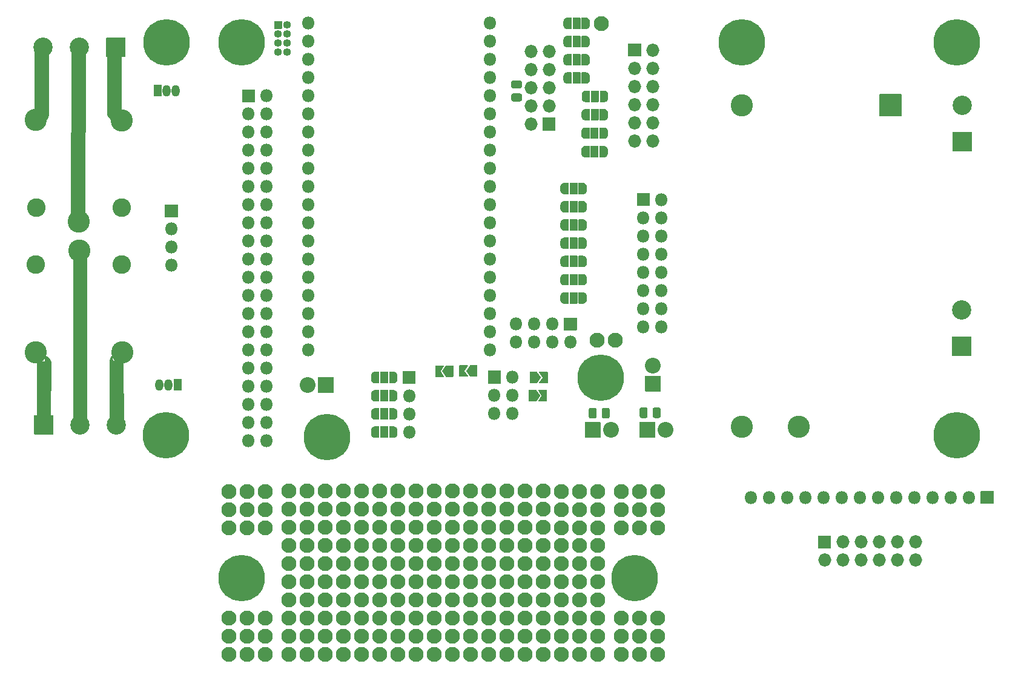
<source format=gbr>
G04 #@! TF.GenerationSoftware,KiCad,Pcbnew,(5.1.9)-1*
G04 #@! TF.CreationDate,2021-05-05T14:43:55+02:00*
G04 #@! TF.ProjectId,MTDevBoard,4d544465-7642-46f6-9172-642e6b696361,rev?*
G04 #@! TF.SameCoordinates,Original*
G04 #@! TF.FileFunction,Soldermask,Bot*
G04 #@! TF.FilePolarity,Negative*
%FSLAX46Y46*%
G04 Gerber Fmt 4.6, Leading zero omitted, Abs format (unit mm)*
G04 Created by KiCad (PCBNEW (5.1.9)-1) date 2021-05-05 14:43:55*
%MOMM*%
%LPD*%
G01*
G04 APERTURE LIST*
%ADD10C,0.100000*%
%ADD11O,1.829200X1.829200*%
%ADD12O,1.102000X1.102000*%
%ADD13C,2.100980*%
%ADD14O,1.802000X1.802000*%
%ADD15C,2.202000*%
%ADD16C,6.502000*%
%ADD17C,3.102000*%
%ADD18C,2.602000*%
%ADD19C,2.702000*%
%ADD20O,1.152000X1.602000*%
G04 APERTURE END LIST*
D10*
G36*
X32630000Y-83550000D02*
G01*
X32900000Y-83960000D01*
X32100000Y-83960000D01*
X32170000Y-83120000D01*
X32630000Y-83550000D01*
G37*
X32630000Y-83550000D02*
X32900000Y-83960000D01*
X32100000Y-83960000D01*
X32170000Y-83120000D01*
X32630000Y-83550000D01*
G36*
X42756000Y-49380000D02*
G01*
X40806000Y-49380000D01*
X40806000Y-41194000D01*
X42756000Y-41194000D01*
X42756000Y-49380000D01*
G37*
X42756000Y-49380000D02*
X40806000Y-49380000D01*
X40806000Y-41194000D01*
X42756000Y-41194000D01*
X42756000Y-49380000D01*
G36*
X37656000Y-64014000D02*
G01*
X35756000Y-64014000D01*
X35810000Y-40010000D01*
X37710000Y-40010000D01*
X37656000Y-64014000D01*
G37*
X37656000Y-64014000D02*
X35756000Y-64014000D01*
X35810000Y-40010000D01*
X37710000Y-40010000D01*
X37656000Y-64014000D01*
G36*
X32606000Y-49310000D02*
G01*
X30656000Y-49310000D01*
X30635000Y-40060000D01*
X32585000Y-40060000D01*
X32606000Y-49310000D01*
G37*
X32606000Y-49310000D02*
X30656000Y-49310000D01*
X30635000Y-40060000D01*
X32585000Y-40060000D01*
X32606000Y-49310000D01*
G36*
X43050000Y-92920000D02*
G01*
X41150000Y-92920000D01*
X41110000Y-83820000D01*
X43010000Y-83820000D01*
X43050000Y-92920000D01*
G37*
X43050000Y-92920000D02*
X41150000Y-92920000D01*
X41110000Y-83820000D01*
X43010000Y-83820000D01*
X43050000Y-92920000D01*
G36*
X37950000Y-92240000D02*
G01*
X36050000Y-92240000D01*
X36050000Y-69240000D01*
X37950000Y-69240000D01*
X37950000Y-92240000D01*
G37*
X37950000Y-92240000D02*
X36050000Y-92240000D01*
X36050000Y-69240000D01*
X37950000Y-69240000D01*
X37950000Y-92240000D01*
G36*
X32874000Y-92246000D02*
G01*
X30974000Y-92246000D01*
X31010000Y-83970000D01*
X32910000Y-83970000D01*
X32874000Y-92246000D01*
G37*
X32874000Y-92246000D02*
X30974000Y-92246000D01*
X31010000Y-83970000D01*
X32910000Y-83970000D01*
X32874000Y-92246000D01*
G36*
X41410000Y-50210000D02*
G01*
X40830000Y-49500000D01*
X41530000Y-49500000D01*
X41410000Y-50210000D01*
G37*
X41410000Y-50210000D02*
X40830000Y-49500000D01*
X41530000Y-49500000D01*
X41410000Y-50210000D01*
G36*
X32520000Y-49820000D02*
G01*
X32320000Y-50060000D01*
X32100000Y-49400000D01*
X32600000Y-49310000D01*
X32520000Y-49820000D01*
G37*
X32520000Y-49820000D02*
X32320000Y-50060000D01*
X32100000Y-49400000D01*
X32600000Y-49310000D01*
X32520000Y-49820000D01*
G36*
X41560000Y-83810000D02*
G01*
X41110000Y-83810000D01*
X41410000Y-83160000D01*
X41560000Y-83810000D01*
G37*
X41560000Y-83810000D02*
X41110000Y-83810000D01*
X41410000Y-83160000D01*
X41560000Y-83810000D01*
D11*
X100030000Y-40570000D03*
X102570000Y-40570000D03*
X100030000Y-43110000D03*
X102570000Y-43110000D03*
X100030000Y-45650000D03*
X102570000Y-45650000D03*
X100030000Y-48190000D03*
X102570000Y-48190000D03*
X100030000Y-50730000D03*
G36*
G01*
X103484600Y-49866400D02*
X103484600Y-51593600D01*
G75*
G02*
X103433600Y-51644600I-51000J0D01*
G01*
X101706400Y-51644600D01*
G75*
G02*
X101655400Y-51593600I0J51000D01*
G01*
X101655400Y-49866400D01*
G75*
G02*
X101706400Y-49815400I51000J0D01*
G01*
X103433600Y-49815400D01*
G75*
G02*
X103484600Y-49866400I0J-51000D01*
G01*
G37*
D12*
X65960000Y-40680000D03*
X64690000Y-40680000D03*
X65960000Y-39410000D03*
X64690000Y-39410000D03*
X65960000Y-38140000D03*
X64690000Y-38140000D03*
X65960000Y-36870000D03*
G36*
G01*
X64139000Y-37370000D02*
X64139000Y-36370000D01*
G75*
G02*
X64190000Y-36319000I51000J0D01*
G01*
X65190000Y-36319000D01*
G75*
G02*
X65241000Y-36370000I0J-51000D01*
G01*
X65241000Y-37370000D01*
G75*
G02*
X65190000Y-37421000I-51000J0D01*
G01*
X64190000Y-37421000D01*
G75*
G02*
X64139000Y-37370000I0J51000D01*
G01*
G37*
G36*
G01*
X140236400Y-108285400D02*
X141963600Y-108285400D01*
G75*
G02*
X142014600Y-108336400I0J-51000D01*
G01*
X142014600Y-110063600D01*
G75*
G02*
X141963600Y-110114600I-51000J0D01*
G01*
X140236400Y-110114600D01*
G75*
G02*
X140185400Y-110063600I0J51000D01*
G01*
X140185400Y-108336400D01*
G75*
G02*
X140236400Y-108285400I51000J0D01*
G01*
G37*
D11*
X141100000Y-111740000D03*
X143640000Y-109200000D03*
X143640000Y-111740000D03*
X146180000Y-109200000D03*
X146180000Y-111740000D03*
X148720000Y-109200000D03*
X148720000Y-111740000D03*
X151260000Y-109200000D03*
X151260000Y-111740000D03*
X153800000Y-109200000D03*
X153800000Y-111740000D03*
D13*
X109900000Y-36670000D03*
G36*
G01*
X113615400Y-41253600D02*
X113615400Y-39526400D01*
G75*
G02*
X113666400Y-39475400I51000J0D01*
G01*
X115393600Y-39475400D01*
G75*
G02*
X115444600Y-39526400I0J-51000D01*
G01*
X115444600Y-41253600D01*
G75*
G02*
X115393600Y-41304600I-51000J0D01*
G01*
X113666400Y-41304600D01*
G75*
G02*
X113615400Y-41253600I0J51000D01*
G01*
G37*
D11*
X117070000Y-40390000D03*
X114530000Y-42930000D03*
X117070000Y-42930000D03*
X114530000Y-45470000D03*
X117070000Y-45470000D03*
X114530000Y-48010000D03*
X117070000Y-48010000D03*
X114530000Y-50550000D03*
X117070000Y-50550000D03*
X114530000Y-53090000D03*
X117070000Y-53090000D03*
G36*
G01*
X108389000Y-55350000D02*
X108389000Y-53850000D01*
G75*
G02*
X108440000Y-53799000I51000J0D01*
G01*
X109440000Y-53799000D01*
G75*
G02*
X109491000Y-53850000I0J-51000D01*
G01*
X109491000Y-55350000D01*
G75*
G02*
X109440000Y-55401000I-51000J0D01*
G01*
X108440000Y-55401000D01*
G75*
G02*
X108389000Y-55350000I0J51000D01*
G01*
G37*
D10*
G36*
X110246112Y-53799602D02*
G01*
X110264534Y-53799602D01*
X110269533Y-53799848D01*
X110318364Y-53804658D01*
X110323314Y-53805392D01*
X110371439Y-53814964D01*
X110376295Y-53816180D01*
X110423250Y-53830424D01*
X110427961Y-53832110D01*
X110473294Y-53850887D01*
X110477820Y-53853027D01*
X110521093Y-53876158D01*
X110525384Y-53878731D01*
X110566183Y-53905991D01*
X110570204Y-53908973D01*
X110608133Y-53940101D01*
X110611841Y-53943462D01*
X110646538Y-53978159D01*
X110649899Y-53981867D01*
X110681027Y-54019796D01*
X110684009Y-54023817D01*
X110711269Y-54064616D01*
X110713842Y-54068907D01*
X110736973Y-54112180D01*
X110739113Y-54116706D01*
X110757890Y-54162039D01*
X110759576Y-54166750D01*
X110773820Y-54213705D01*
X110775036Y-54218561D01*
X110784608Y-54266686D01*
X110785342Y-54271636D01*
X110790152Y-54320467D01*
X110790398Y-54325466D01*
X110790398Y-54343888D01*
X110791000Y-54350000D01*
X110791000Y-54850000D01*
X110790398Y-54856112D01*
X110790398Y-54874534D01*
X110790152Y-54879533D01*
X110785342Y-54928364D01*
X110784608Y-54933314D01*
X110775036Y-54981439D01*
X110773820Y-54986295D01*
X110759576Y-55033250D01*
X110757890Y-55037961D01*
X110739113Y-55083294D01*
X110736973Y-55087820D01*
X110713842Y-55131093D01*
X110711269Y-55135384D01*
X110684009Y-55176183D01*
X110681027Y-55180204D01*
X110649899Y-55218133D01*
X110646538Y-55221841D01*
X110611841Y-55256538D01*
X110608133Y-55259899D01*
X110570204Y-55291027D01*
X110566183Y-55294009D01*
X110525384Y-55321269D01*
X110521093Y-55323842D01*
X110477820Y-55346973D01*
X110473294Y-55349113D01*
X110427961Y-55367890D01*
X110423250Y-55369576D01*
X110376295Y-55383820D01*
X110371439Y-55385036D01*
X110323314Y-55394608D01*
X110318364Y-55395342D01*
X110269533Y-55400152D01*
X110264534Y-55400398D01*
X110246112Y-55400398D01*
X110240000Y-55401000D01*
X109690000Y-55401000D01*
X109680050Y-55400020D01*
X109670483Y-55397118D01*
X109661666Y-55392405D01*
X109653938Y-55386062D01*
X109647595Y-55378334D01*
X109642882Y-55369517D01*
X109639980Y-55359950D01*
X109639000Y-55350000D01*
X109639000Y-53850000D01*
X109639980Y-53840050D01*
X109642882Y-53830483D01*
X109647595Y-53821666D01*
X109653938Y-53813938D01*
X109661666Y-53807595D01*
X109670483Y-53802882D01*
X109680050Y-53799980D01*
X109690000Y-53799000D01*
X110240000Y-53799000D01*
X110246112Y-53799602D01*
G37*
G36*
X108199950Y-53799980D02*
G01*
X108209517Y-53802882D01*
X108218334Y-53807595D01*
X108226062Y-53813938D01*
X108232405Y-53821666D01*
X108237118Y-53830483D01*
X108240020Y-53840050D01*
X108241000Y-53850000D01*
X108241000Y-55350000D01*
X108240020Y-55359950D01*
X108237118Y-55369517D01*
X108232405Y-55378334D01*
X108226062Y-55386062D01*
X108218334Y-55392405D01*
X108209517Y-55397118D01*
X108199950Y-55400020D01*
X108190000Y-55401000D01*
X107640000Y-55401000D01*
X107633888Y-55400398D01*
X107615466Y-55400398D01*
X107610467Y-55400152D01*
X107561636Y-55395342D01*
X107556686Y-55394608D01*
X107508561Y-55385036D01*
X107503705Y-55383820D01*
X107456750Y-55369576D01*
X107452039Y-55367890D01*
X107406706Y-55349113D01*
X107402180Y-55346973D01*
X107358907Y-55323842D01*
X107354616Y-55321269D01*
X107313817Y-55294009D01*
X107309796Y-55291027D01*
X107271867Y-55259899D01*
X107268159Y-55256538D01*
X107233462Y-55221841D01*
X107230101Y-55218133D01*
X107198973Y-55180204D01*
X107195991Y-55176183D01*
X107168731Y-55135384D01*
X107166158Y-55131093D01*
X107143027Y-55087820D01*
X107140887Y-55083294D01*
X107122110Y-55037961D01*
X107120424Y-55033250D01*
X107106180Y-54986295D01*
X107104964Y-54981439D01*
X107095392Y-54933314D01*
X107094658Y-54928364D01*
X107089848Y-54879533D01*
X107089602Y-54874534D01*
X107089602Y-54856112D01*
X107089000Y-54850000D01*
X107089000Y-54350000D01*
X107089602Y-54343888D01*
X107089602Y-54325466D01*
X107089848Y-54320467D01*
X107094658Y-54271636D01*
X107095392Y-54266686D01*
X107104964Y-54218561D01*
X107106180Y-54213705D01*
X107120424Y-54166750D01*
X107122110Y-54162039D01*
X107140887Y-54116706D01*
X107143027Y-54112180D01*
X107166158Y-54068907D01*
X107168731Y-54064616D01*
X107195991Y-54023817D01*
X107198973Y-54019796D01*
X107230101Y-53981867D01*
X107233462Y-53978159D01*
X107268159Y-53943462D01*
X107271867Y-53940101D01*
X107309796Y-53908973D01*
X107313817Y-53905991D01*
X107354616Y-53878731D01*
X107358907Y-53876158D01*
X107402180Y-53853027D01*
X107406706Y-53850887D01*
X107452039Y-53832110D01*
X107456750Y-53830424D01*
X107503705Y-53816180D01*
X107508561Y-53814964D01*
X107556686Y-53805392D01*
X107561636Y-53804658D01*
X107610467Y-53799848D01*
X107615466Y-53799602D01*
X107633888Y-53799602D01*
X107640000Y-53799000D01*
X108190000Y-53799000D01*
X108199950Y-53799980D01*
G37*
G36*
G01*
X108399000Y-52770000D02*
X108399000Y-51270000D01*
G75*
G02*
X108450000Y-51219000I51000J0D01*
G01*
X109450000Y-51219000D01*
G75*
G02*
X109501000Y-51270000I0J-51000D01*
G01*
X109501000Y-52770000D01*
G75*
G02*
X109450000Y-52821000I-51000J0D01*
G01*
X108450000Y-52821000D01*
G75*
G02*
X108399000Y-52770000I0J51000D01*
G01*
G37*
G36*
X110256112Y-51219602D02*
G01*
X110274534Y-51219602D01*
X110279533Y-51219848D01*
X110328364Y-51224658D01*
X110333314Y-51225392D01*
X110381439Y-51234964D01*
X110386295Y-51236180D01*
X110433250Y-51250424D01*
X110437961Y-51252110D01*
X110483294Y-51270887D01*
X110487820Y-51273027D01*
X110531093Y-51296158D01*
X110535384Y-51298731D01*
X110576183Y-51325991D01*
X110580204Y-51328973D01*
X110618133Y-51360101D01*
X110621841Y-51363462D01*
X110656538Y-51398159D01*
X110659899Y-51401867D01*
X110691027Y-51439796D01*
X110694009Y-51443817D01*
X110721269Y-51484616D01*
X110723842Y-51488907D01*
X110746973Y-51532180D01*
X110749113Y-51536706D01*
X110767890Y-51582039D01*
X110769576Y-51586750D01*
X110783820Y-51633705D01*
X110785036Y-51638561D01*
X110794608Y-51686686D01*
X110795342Y-51691636D01*
X110800152Y-51740467D01*
X110800398Y-51745466D01*
X110800398Y-51763888D01*
X110801000Y-51770000D01*
X110801000Y-52270000D01*
X110800398Y-52276112D01*
X110800398Y-52294534D01*
X110800152Y-52299533D01*
X110795342Y-52348364D01*
X110794608Y-52353314D01*
X110785036Y-52401439D01*
X110783820Y-52406295D01*
X110769576Y-52453250D01*
X110767890Y-52457961D01*
X110749113Y-52503294D01*
X110746973Y-52507820D01*
X110723842Y-52551093D01*
X110721269Y-52555384D01*
X110694009Y-52596183D01*
X110691027Y-52600204D01*
X110659899Y-52638133D01*
X110656538Y-52641841D01*
X110621841Y-52676538D01*
X110618133Y-52679899D01*
X110580204Y-52711027D01*
X110576183Y-52714009D01*
X110535384Y-52741269D01*
X110531093Y-52743842D01*
X110487820Y-52766973D01*
X110483294Y-52769113D01*
X110437961Y-52787890D01*
X110433250Y-52789576D01*
X110386295Y-52803820D01*
X110381439Y-52805036D01*
X110333314Y-52814608D01*
X110328364Y-52815342D01*
X110279533Y-52820152D01*
X110274534Y-52820398D01*
X110256112Y-52820398D01*
X110250000Y-52821000D01*
X109700000Y-52821000D01*
X109690050Y-52820020D01*
X109680483Y-52817118D01*
X109671666Y-52812405D01*
X109663938Y-52806062D01*
X109657595Y-52798334D01*
X109652882Y-52789517D01*
X109649980Y-52779950D01*
X109649000Y-52770000D01*
X109649000Y-51270000D01*
X109649980Y-51260050D01*
X109652882Y-51250483D01*
X109657595Y-51241666D01*
X109663938Y-51233938D01*
X109671666Y-51227595D01*
X109680483Y-51222882D01*
X109690050Y-51219980D01*
X109700000Y-51219000D01*
X110250000Y-51219000D01*
X110256112Y-51219602D01*
G37*
G36*
X108209950Y-51219980D02*
G01*
X108219517Y-51222882D01*
X108228334Y-51227595D01*
X108236062Y-51233938D01*
X108242405Y-51241666D01*
X108247118Y-51250483D01*
X108250020Y-51260050D01*
X108251000Y-51270000D01*
X108251000Y-52770000D01*
X108250020Y-52779950D01*
X108247118Y-52789517D01*
X108242405Y-52798334D01*
X108236062Y-52806062D01*
X108228334Y-52812405D01*
X108219517Y-52817118D01*
X108209950Y-52820020D01*
X108200000Y-52821000D01*
X107650000Y-52821000D01*
X107643888Y-52820398D01*
X107625466Y-52820398D01*
X107620467Y-52820152D01*
X107571636Y-52815342D01*
X107566686Y-52814608D01*
X107518561Y-52805036D01*
X107513705Y-52803820D01*
X107466750Y-52789576D01*
X107462039Y-52787890D01*
X107416706Y-52769113D01*
X107412180Y-52766973D01*
X107368907Y-52743842D01*
X107364616Y-52741269D01*
X107323817Y-52714009D01*
X107319796Y-52711027D01*
X107281867Y-52679899D01*
X107278159Y-52676538D01*
X107243462Y-52641841D01*
X107240101Y-52638133D01*
X107208973Y-52600204D01*
X107205991Y-52596183D01*
X107178731Y-52555384D01*
X107176158Y-52551093D01*
X107153027Y-52507820D01*
X107150887Y-52503294D01*
X107132110Y-52457961D01*
X107130424Y-52453250D01*
X107116180Y-52406295D01*
X107114964Y-52401439D01*
X107105392Y-52353314D01*
X107104658Y-52348364D01*
X107099848Y-52299533D01*
X107099602Y-52294534D01*
X107099602Y-52276112D01*
X107099000Y-52270000D01*
X107099000Y-51770000D01*
X107099602Y-51763888D01*
X107099602Y-51745466D01*
X107099848Y-51740467D01*
X107104658Y-51691636D01*
X107105392Y-51686686D01*
X107114964Y-51638561D01*
X107116180Y-51633705D01*
X107130424Y-51586750D01*
X107132110Y-51582039D01*
X107150887Y-51536706D01*
X107153027Y-51532180D01*
X107176158Y-51488907D01*
X107178731Y-51484616D01*
X107205991Y-51443817D01*
X107208973Y-51439796D01*
X107240101Y-51401867D01*
X107243462Y-51398159D01*
X107278159Y-51363462D01*
X107281867Y-51360101D01*
X107319796Y-51328973D01*
X107323817Y-51325991D01*
X107364616Y-51298731D01*
X107368907Y-51296158D01*
X107412180Y-51273027D01*
X107416706Y-51270887D01*
X107462039Y-51252110D01*
X107466750Y-51250424D01*
X107513705Y-51236180D01*
X107518561Y-51234964D01*
X107566686Y-51225392D01*
X107571636Y-51224658D01*
X107620467Y-51219848D01*
X107625466Y-51219602D01*
X107643888Y-51219602D01*
X107650000Y-51219000D01*
X108200000Y-51219000D01*
X108209950Y-51219980D01*
G37*
G36*
G01*
X108419000Y-50180000D02*
X108419000Y-48680000D01*
G75*
G02*
X108470000Y-48629000I51000J0D01*
G01*
X109470000Y-48629000D01*
G75*
G02*
X109521000Y-48680000I0J-51000D01*
G01*
X109521000Y-50180000D01*
G75*
G02*
X109470000Y-50231000I-51000J0D01*
G01*
X108470000Y-50231000D01*
G75*
G02*
X108419000Y-50180000I0J51000D01*
G01*
G37*
G36*
X110276112Y-48629602D02*
G01*
X110294534Y-48629602D01*
X110299533Y-48629848D01*
X110348364Y-48634658D01*
X110353314Y-48635392D01*
X110401439Y-48644964D01*
X110406295Y-48646180D01*
X110453250Y-48660424D01*
X110457961Y-48662110D01*
X110503294Y-48680887D01*
X110507820Y-48683027D01*
X110551093Y-48706158D01*
X110555384Y-48708731D01*
X110596183Y-48735991D01*
X110600204Y-48738973D01*
X110638133Y-48770101D01*
X110641841Y-48773462D01*
X110676538Y-48808159D01*
X110679899Y-48811867D01*
X110711027Y-48849796D01*
X110714009Y-48853817D01*
X110741269Y-48894616D01*
X110743842Y-48898907D01*
X110766973Y-48942180D01*
X110769113Y-48946706D01*
X110787890Y-48992039D01*
X110789576Y-48996750D01*
X110803820Y-49043705D01*
X110805036Y-49048561D01*
X110814608Y-49096686D01*
X110815342Y-49101636D01*
X110820152Y-49150467D01*
X110820398Y-49155466D01*
X110820398Y-49173888D01*
X110821000Y-49180000D01*
X110821000Y-49680000D01*
X110820398Y-49686112D01*
X110820398Y-49704534D01*
X110820152Y-49709533D01*
X110815342Y-49758364D01*
X110814608Y-49763314D01*
X110805036Y-49811439D01*
X110803820Y-49816295D01*
X110789576Y-49863250D01*
X110787890Y-49867961D01*
X110769113Y-49913294D01*
X110766973Y-49917820D01*
X110743842Y-49961093D01*
X110741269Y-49965384D01*
X110714009Y-50006183D01*
X110711027Y-50010204D01*
X110679899Y-50048133D01*
X110676538Y-50051841D01*
X110641841Y-50086538D01*
X110638133Y-50089899D01*
X110600204Y-50121027D01*
X110596183Y-50124009D01*
X110555384Y-50151269D01*
X110551093Y-50153842D01*
X110507820Y-50176973D01*
X110503294Y-50179113D01*
X110457961Y-50197890D01*
X110453250Y-50199576D01*
X110406295Y-50213820D01*
X110401439Y-50215036D01*
X110353314Y-50224608D01*
X110348364Y-50225342D01*
X110299533Y-50230152D01*
X110294534Y-50230398D01*
X110276112Y-50230398D01*
X110270000Y-50231000D01*
X109720000Y-50231000D01*
X109710050Y-50230020D01*
X109700483Y-50227118D01*
X109691666Y-50222405D01*
X109683938Y-50216062D01*
X109677595Y-50208334D01*
X109672882Y-50199517D01*
X109669980Y-50189950D01*
X109669000Y-50180000D01*
X109669000Y-48680000D01*
X109669980Y-48670050D01*
X109672882Y-48660483D01*
X109677595Y-48651666D01*
X109683938Y-48643938D01*
X109691666Y-48637595D01*
X109700483Y-48632882D01*
X109710050Y-48629980D01*
X109720000Y-48629000D01*
X110270000Y-48629000D01*
X110276112Y-48629602D01*
G37*
G36*
X108229950Y-48629980D02*
G01*
X108239517Y-48632882D01*
X108248334Y-48637595D01*
X108256062Y-48643938D01*
X108262405Y-48651666D01*
X108267118Y-48660483D01*
X108270020Y-48670050D01*
X108271000Y-48680000D01*
X108271000Y-50180000D01*
X108270020Y-50189950D01*
X108267118Y-50199517D01*
X108262405Y-50208334D01*
X108256062Y-50216062D01*
X108248334Y-50222405D01*
X108239517Y-50227118D01*
X108229950Y-50230020D01*
X108220000Y-50231000D01*
X107670000Y-50231000D01*
X107663888Y-50230398D01*
X107645466Y-50230398D01*
X107640467Y-50230152D01*
X107591636Y-50225342D01*
X107586686Y-50224608D01*
X107538561Y-50215036D01*
X107533705Y-50213820D01*
X107486750Y-50199576D01*
X107482039Y-50197890D01*
X107436706Y-50179113D01*
X107432180Y-50176973D01*
X107388907Y-50153842D01*
X107384616Y-50151269D01*
X107343817Y-50124009D01*
X107339796Y-50121027D01*
X107301867Y-50089899D01*
X107298159Y-50086538D01*
X107263462Y-50051841D01*
X107260101Y-50048133D01*
X107228973Y-50010204D01*
X107225991Y-50006183D01*
X107198731Y-49965384D01*
X107196158Y-49961093D01*
X107173027Y-49917820D01*
X107170887Y-49913294D01*
X107152110Y-49867961D01*
X107150424Y-49863250D01*
X107136180Y-49816295D01*
X107134964Y-49811439D01*
X107125392Y-49763314D01*
X107124658Y-49758364D01*
X107119848Y-49709533D01*
X107119602Y-49704534D01*
X107119602Y-49686112D01*
X107119000Y-49680000D01*
X107119000Y-49180000D01*
X107119602Y-49173888D01*
X107119602Y-49155466D01*
X107119848Y-49150467D01*
X107124658Y-49101636D01*
X107125392Y-49096686D01*
X107134964Y-49048561D01*
X107136180Y-49043705D01*
X107150424Y-48996750D01*
X107152110Y-48992039D01*
X107170887Y-48946706D01*
X107173027Y-48942180D01*
X107196158Y-48898907D01*
X107198731Y-48894616D01*
X107225991Y-48853817D01*
X107228973Y-48849796D01*
X107260101Y-48811867D01*
X107263462Y-48808159D01*
X107298159Y-48773462D01*
X107301867Y-48770101D01*
X107339796Y-48738973D01*
X107343817Y-48735991D01*
X107384616Y-48708731D01*
X107388907Y-48706158D01*
X107432180Y-48683027D01*
X107436706Y-48680887D01*
X107482039Y-48662110D01*
X107486750Y-48660424D01*
X107533705Y-48646180D01*
X107538561Y-48644964D01*
X107586686Y-48635392D01*
X107591636Y-48634658D01*
X107640467Y-48629848D01*
X107645466Y-48629602D01*
X107663888Y-48629602D01*
X107670000Y-48629000D01*
X108220000Y-48629000D01*
X108229950Y-48629980D01*
G37*
G36*
G01*
X108439000Y-47620000D02*
X108439000Y-46120000D01*
G75*
G02*
X108490000Y-46069000I51000J0D01*
G01*
X109490000Y-46069000D01*
G75*
G02*
X109541000Y-46120000I0J-51000D01*
G01*
X109541000Y-47620000D01*
G75*
G02*
X109490000Y-47671000I-51000J0D01*
G01*
X108490000Y-47671000D01*
G75*
G02*
X108439000Y-47620000I0J51000D01*
G01*
G37*
G36*
X110296112Y-46069602D02*
G01*
X110314534Y-46069602D01*
X110319533Y-46069848D01*
X110368364Y-46074658D01*
X110373314Y-46075392D01*
X110421439Y-46084964D01*
X110426295Y-46086180D01*
X110473250Y-46100424D01*
X110477961Y-46102110D01*
X110523294Y-46120887D01*
X110527820Y-46123027D01*
X110571093Y-46146158D01*
X110575384Y-46148731D01*
X110616183Y-46175991D01*
X110620204Y-46178973D01*
X110658133Y-46210101D01*
X110661841Y-46213462D01*
X110696538Y-46248159D01*
X110699899Y-46251867D01*
X110731027Y-46289796D01*
X110734009Y-46293817D01*
X110761269Y-46334616D01*
X110763842Y-46338907D01*
X110786973Y-46382180D01*
X110789113Y-46386706D01*
X110807890Y-46432039D01*
X110809576Y-46436750D01*
X110823820Y-46483705D01*
X110825036Y-46488561D01*
X110834608Y-46536686D01*
X110835342Y-46541636D01*
X110840152Y-46590467D01*
X110840398Y-46595466D01*
X110840398Y-46613888D01*
X110841000Y-46620000D01*
X110841000Y-47120000D01*
X110840398Y-47126112D01*
X110840398Y-47144534D01*
X110840152Y-47149533D01*
X110835342Y-47198364D01*
X110834608Y-47203314D01*
X110825036Y-47251439D01*
X110823820Y-47256295D01*
X110809576Y-47303250D01*
X110807890Y-47307961D01*
X110789113Y-47353294D01*
X110786973Y-47357820D01*
X110763842Y-47401093D01*
X110761269Y-47405384D01*
X110734009Y-47446183D01*
X110731027Y-47450204D01*
X110699899Y-47488133D01*
X110696538Y-47491841D01*
X110661841Y-47526538D01*
X110658133Y-47529899D01*
X110620204Y-47561027D01*
X110616183Y-47564009D01*
X110575384Y-47591269D01*
X110571093Y-47593842D01*
X110527820Y-47616973D01*
X110523294Y-47619113D01*
X110477961Y-47637890D01*
X110473250Y-47639576D01*
X110426295Y-47653820D01*
X110421439Y-47655036D01*
X110373314Y-47664608D01*
X110368364Y-47665342D01*
X110319533Y-47670152D01*
X110314534Y-47670398D01*
X110296112Y-47670398D01*
X110290000Y-47671000D01*
X109740000Y-47671000D01*
X109730050Y-47670020D01*
X109720483Y-47667118D01*
X109711666Y-47662405D01*
X109703938Y-47656062D01*
X109697595Y-47648334D01*
X109692882Y-47639517D01*
X109689980Y-47629950D01*
X109689000Y-47620000D01*
X109689000Y-46120000D01*
X109689980Y-46110050D01*
X109692882Y-46100483D01*
X109697595Y-46091666D01*
X109703938Y-46083938D01*
X109711666Y-46077595D01*
X109720483Y-46072882D01*
X109730050Y-46069980D01*
X109740000Y-46069000D01*
X110290000Y-46069000D01*
X110296112Y-46069602D01*
G37*
G36*
X108249950Y-46069980D02*
G01*
X108259517Y-46072882D01*
X108268334Y-46077595D01*
X108276062Y-46083938D01*
X108282405Y-46091666D01*
X108287118Y-46100483D01*
X108290020Y-46110050D01*
X108291000Y-46120000D01*
X108291000Y-47620000D01*
X108290020Y-47629950D01*
X108287118Y-47639517D01*
X108282405Y-47648334D01*
X108276062Y-47656062D01*
X108268334Y-47662405D01*
X108259517Y-47667118D01*
X108249950Y-47670020D01*
X108240000Y-47671000D01*
X107690000Y-47671000D01*
X107683888Y-47670398D01*
X107665466Y-47670398D01*
X107660467Y-47670152D01*
X107611636Y-47665342D01*
X107606686Y-47664608D01*
X107558561Y-47655036D01*
X107553705Y-47653820D01*
X107506750Y-47639576D01*
X107502039Y-47637890D01*
X107456706Y-47619113D01*
X107452180Y-47616973D01*
X107408907Y-47593842D01*
X107404616Y-47591269D01*
X107363817Y-47564009D01*
X107359796Y-47561027D01*
X107321867Y-47529899D01*
X107318159Y-47526538D01*
X107283462Y-47491841D01*
X107280101Y-47488133D01*
X107248973Y-47450204D01*
X107245991Y-47446183D01*
X107218731Y-47405384D01*
X107216158Y-47401093D01*
X107193027Y-47357820D01*
X107190887Y-47353294D01*
X107172110Y-47307961D01*
X107170424Y-47303250D01*
X107156180Y-47256295D01*
X107154964Y-47251439D01*
X107145392Y-47203314D01*
X107144658Y-47198364D01*
X107139848Y-47149533D01*
X107139602Y-47144534D01*
X107139602Y-47126112D01*
X107139000Y-47120000D01*
X107139000Y-46620000D01*
X107139602Y-46613888D01*
X107139602Y-46595466D01*
X107139848Y-46590467D01*
X107144658Y-46541636D01*
X107145392Y-46536686D01*
X107154964Y-46488561D01*
X107156180Y-46483705D01*
X107170424Y-46436750D01*
X107172110Y-46432039D01*
X107190887Y-46386706D01*
X107193027Y-46382180D01*
X107216158Y-46338907D01*
X107218731Y-46334616D01*
X107245991Y-46293817D01*
X107248973Y-46289796D01*
X107280101Y-46251867D01*
X107283462Y-46248159D01*
X107318159Y-46213462D01*
X107321867Y-46210101D01*
X107359796Y-46178973D01*
X107363817Y-46175991D01*
X107404616Y-46148731D01*
X107408907Y-46146158D01*
X107452180Y-46123027D01*
X107456706Y-46120887D01*
X107502039Y-46102110D01*
X107506750Y-46100424D01*
X107553705Y-46086180D01*
X107558561Y-46084964D01*
X107606686Y-46075392D01*
X107611636Y-46074658D01*
X107660467Y-46069848D01*
X107665466Y-46069602D01*
X107683888Y-46069602D01*
X107690000Y-46069000D01*
X108240000Y-46069000D01*
X108249950Y-46069980D01*
G37*
G36*
G01*
X105879000Y-37410000D02*
X105879000Y-35910000D01*
G75*
G02*
X105930000Y-35859000I51000J0D01*
G01*
X106930000Y-35859000D01*
G75*
G02*
X106981000Y-35910000I0J-51000D01*
G01*
X106981000Y-37410000D01*
G75*
G02*
X106930000Y-37461000I-51000J0D01*
G01*
X105930000Y-37461000D01*
G75*
G02*
X105879000Y-37410000I0J51000D01*
G01*
G37*
G36*
X107736112Y-35859602D02*
G01*
X107754534Y-35859602D01*
X107759533Y-35859848D01*
X107808364Y-35864658D01*
X107813314Y-35865392D01*
X107861439Y-35874964D01*
X107866295Y-35876180D01*
X107913250Y-35890424D01*
X107917961Y-35892110D01*
X107963294Y-35910887D01*
X107967820Y-35913027D01*
X108011093Y-35936158D01*
X108015384Y-35938731D01*
X108056183Y-35965991D01*
X108060204Y-35968973D01*
X108098133Y-36000101D01*
X108101841Y-36003462D01*
X108136538Y-36038159D01*
X108139899Y-36041867D01*
X108171027Y-36079796D01*
X108174009Y-36083817D01*
X108201269Y-36124616D01*
X108203842Y-36128907D01*
X108226973Y-36172180D01*
X108229113Y-36176706D01*
X108247890Y-36222039D01*
X108249576Y-36226750D01*
X108263820Y-36273705D01*
X108265036Y-36278561D01*
X108274608Y-36326686D01*
X108275342Y-36331636D01*
X108280152Y-36380467D01*
X108280398Y-36385466D01*
X108280398Y-36403888D01*
X108281000Y-36410000D01*
X108281000Y-36910000D01*
X108280398Y-36916112D01*
X108280398Y-36934534D01*
X108280152Y-36939533D01*
X108275342Y-36988364D01*
X108274608Y-36993314D01*
X108265036Y-37041439D01*
X108263820Y-37046295D01*
X108249576Y-37093250D01*
X108247890Y-37097961D01*
X108229113Y-37143294D01*
X108226973Y-37147820D01*
X108203842Y-37191093D01*
X108201269Y-37195384D01*
X108174009Y-37236183D01*
X108171027Y-37240204D01*
X108139899Y-37278133D01*
X108136538Y-37281841D01*
X108101841Y-37316538D01*
X108098133Y-37319899D01*
X108060204Y-37351027D01*
X108056183Y-37354009D01*
X108015384Y-37381269D01*
X108011093Y-37383842D01*
X107967820Y-37406973D01*
X107963294Y-37409113D01*
X107917961Y-37427890D01*
X107913250Y-37429576D01*
X107866295Y-37443820D01*
X107861439Y-37445036D01*
X107813314Y-37454608D01*
X107808364Y-37455342D01*
X107759533Y-37460152D01*
X107754534Y-37460398D01*
X107736112Y-37460398D01*
X107730000Y-37461000D01*
X107180000Y-37461000D01*
X107170050Y-37460020D01*
X107160483Y-37457118D01*
X107151666Y-37452405D01*
X107143938Y-37446062D01*
X107137595Y-37438334D01*
X107132882Y-37429517D01*
X107129980Y-37419950D01*
X107129000Y-37410000D01*
X107129000Y-35910000D01*
X107129980Y-35900050D01*
X107132882Y-35890483D01*
X107137595Y-35881666D01*
X107143938Y-35873938D01*
X107151666Y-35867595D01*
X107160483Y-35862882D01*
X107170050Y-35859980D01*
X107180000Y-35859000D01*
X107730000Y-35859000D01*
X107736112Y-35859602D01*
G37*
G36*
X105689950Y-35859980D02*
G01*
X105699517Y-35862882D01*
X105708334Y-35867595D01*
X105716062Y-35873938D01*
X105722405Y-35881666D01*
X105727118Y-35890483D01*
X105730020Y-35900050D01*
X105731000Y-35910000D01*
X105731000Y-37410000D01*
X105730020Y-37419950D01*
X105727118Y-37429517D01*
X105722405Y-37438334D01*
X105716062Y-37446062D01*
X105708334Y-37452405D01*
X105699517Y-37457118D01*
X105689950Y-37460020D01*
X105680000Y-37461000D01*
X105130000Y-37461000D01*
X105123888Y-37460398D01*
X105105466Y-37460398D01*
X105100467Y-37460152D01*
X105051636Y-37455342D01*
X105046686Y-37454608D01*
X104998561Y-37445036D01*
X104993705Y-37443820D01*
X104946750Y-37429576D01*
X104942039Y-37427890D01*
X104896706Y-37409113D01*
X104892180Y-37406973D01*
X104848907Y-37383842D01*
X104844616Y-37381269D01*
X104803817Y-37354009D01*
X104799796Y-37351027D01*
X104761867Y-37319899D01*
X104758159Y-37316538D01*
X104723462Y-37281841D01*
X104720101Y-37278133D01*
X104688973Y-37240204D01*
X104685991Y-37236183D01*
X104658731Y-37195384D01*
X104656158Y-37191093D01*
X104633027Y-37147820D01*
X104630887Y-37143294D01*
X104612110Y-37097961D01*
X104610424Y-37093250D01*
X104596180Y-37046295D01*
X104594964Y-37041439D01*
X104585392Y-36993314D01*
X104584658Y-36988364D01*
X104579848Y-36939533D01*
X104579602Y-36934534D01*
X104579602Y-36916112D01*
X104579000Y-36910000D01*
X104579000Y-36410000D01*
X104579602Y-36403888D01*
X104579602Y-36385466D01*
X104579848Y-36380467D01*
X104584658Y-36331636D01*
X104585392Y-36326686D01*
X104594964Y-36278561D01*
X104596180Y-36273705D01*
X104610424Y-36226750D01*
X104612110Y-36222039D01*
X104630887Y-36176706D01*
X104633027Y-36172180D01*
X104656158Y-36128907D01*
X104658731Y-36124616D01*
X104685991Y-36083817D01*
X104688973Y-36079796D01*
X104720101Y-36041867D01*
X104723462Y-36038159D01*
X104758159Y-36003462D01*
X104761867Y-36000101D01*
X104799796Y-35968973D01*
X104803817Y-35965991D01*
X104844616Y-35938731D01*
X104848907Y-35936158D01*
X104892180Y-35913027D01*
X104896706Y-35910887D01*
X104942039Y-35892110D01*
X104946750Y-35890424D01*
X104993705Y-35876180D01*
X104998561Y-35874964D01*
X105046686Y-35865392D01*
X105051636Y-35864658D01*
X105100467Y-35859848D01*
X105105466Y-35859602D01*
X105123888Y-35859602D01*
X105130000Y-35859000D01*
X105680000Y-35859000D01*
X105689950Y-35859980D01*
G37*
G36*
G01*
X105879000Y-39960000D02*
X105879000Y-38460000D01*
G75*
G02*
X105930000Y-38409000I51000J0D01*
G01*
X106930000Y-38409000D01*
G75*
G02*
X106981000Y-38460000I0J-51000D01*
G01*
X106981000Y-39960000D01*
G75*
G02*
X106930000Y-40011000I-51000J0D01*
G01*
X105930000Y-40011000D01*
G75*
G02*
X105879000Y-39960000I0J51000D01*
G01*
G37*
G36*
X107736112Y-38409602D02*
G01*
X107754534Y-38409602D01*
X107759533Y-38409848D01*
X107808364Y-38414658D01*
X107813314Y-38415392D01*
X107861439Y-38424964D01*
X107866295Y-38426180D01*
X107913250Y-38440424D01*
X107917961Y-38442110D01*
X107963294Y-38460887D01*
X107967820Y-38463027D01*
X108011093Y-38486158D01*
X108015384Y-38488731D01*
X108056183Y-38515991D01*
X108060204Y-38518973D01*
X108098133Y-38550101D01*
X108101841Y-38553462D01*
X108136538Y-38588159D01*
X108139899Y-38591867D01*
X108171027Y-38629796D01*
X108174009Y-38633817D01*
X108201269Y-38674616D01*
X108203842Y-38678907D01*
X108226973Y-38722180D01*
X108229113Y-38726706D01*
X108247890Y-38772039D01*
X108249576Y-38776750D01*
X108263820Y-38823705D01*
X108265036Y-38828561D01*
X108274608Y-38876686D01*
X108275342Y-38881636D01*
X108280152Y-38930467D01*
X108280398Y-38935466D01*
X108280398Y-38953888D01*
X108281000Y-38960000D01*
X108281000Y-39460000D01*
X108280398Y-39466112D01*
X108280398Y-39484534D01*
X108280152Y-39489533D01*
X108275342Y-39538364D01*
X108274608Y-39543314D01*
X108265036Y-39591439D01*
X108263820Y-39596295D01*
X108249576Y-39643250D01*
X108247890Y-39647961D01*
X108229113Y-39693294D01*
X108226973Y-39697820D01*
X108203842Y-39741093D01*
X108201269Y-39745384D01*
X108174009Y-39786183D01*
X108171027Y-39790204D01*
X108139899Y-39828133D01*
X108136538Y-39831841D01*
X108101841Y-39866538D01*
X108098133Y-39869899D01*
X108060204Y-39901027D01*
X108056183Y-39904009D01*
X108015384Y-39931269D01*
X108011093Y-39933842D01*
X107967820Y-39956973D01*
X107963294Y-39959113D01*
X107917961Y-39977890D01*
X107913250Y-39979576D01*
X107866295Y-39993820D01*
X107861439Y-39995036D01*
X107813314Y-40004608D01*
X107808364Y-40005342D01*
X107759533Y-40010152D01*
X107754534Y-40010398D01*
X107736112Y-40010398D01*
X107730000Y-40011000D01*
X107180000Y-40011000D01*
X107170050Y-40010020D01*
X107160483Y-40007118D01*
X107151666Y-40002405D01*
X107143938Y-39996062D01*
X107137595Y-39988334D01*
X107132882Y-39979517D01*
X107129980Y-39969950D01*
X107129000Y-39960000D01*
X107129000Y-38460000D01*
X107129980Y-38450050D01*
X107132882Y-38440483D01*
X107137595Y-38431666D01*
X107143938Y-38423938D01*
X107151666Y-38417595D01*
X107160483Y-38412882D01*
X107170050Y-38409980D01*
X107180000Y-38409000D01*
X107730000Y-38409000D01*
X107736112Y-38409602D01*
G37*
G36*
X105689950Y-38409980D02*
G01*
X105699517Y-38412882D01*
X105708334Y-38417595D01*
X105716062Y-38423938D01*
X105722405Y-38431666D01*
X105727118Y-38440483D01*
X105730020Y-38450050D01*
X105731000Y-38460000D01*
X105731000Y-39960000D01*
X105730020Y-39969950D01*
X105727118Y-39979517D01*
X105722405Y-39988334D01*
X105716062Y-39996062D01*
X105708334Y-40002405D01*
X105699517Y-40007118D01*
X105689950Y-40010020D01*
X105680000Y-40011000D01*
X105130000Y-40011000D01*
X105123888Y-40010398D01*
X105105466Y-40010398D01*
X105100467Y-40010152D01*
X105051636Y-40005342D01*
X105046686Y-40004608D01*
X104998561Y-39995036D01*
X104993705Y-39993820D01*
X104946750Y-39979576D01*
X104942039Y-39977890D01*
X104896706Y-39959113D01*
X104892180Y-39956973D01*
X104848907Y-39933842D01*
X104844616Y-39931269D01*
X104803817Y-39904009D01*
X104799796Y-39901027D01*
X104761867Y-39869899D01*
X104758159Y-39866538D01*
X104723462Y-39831841D01*
X104720101Y-39828133D01*
X104688973Y-39790204D01*
X104685991Y-39786183D01*
X104658731Y-39745384D01*
X104656158Y-39741093D01*
X104633027Y-39697820D01*
X104630887Y-39693294D01*
X104612110Y-39647961D01*
X104610424Y-39643250D01*
X104596180Y-39596295D01*
X104594964Y-39591439D01*
X104585392Y-39543314D01*
X104584658Y-39538364D01*
X104579848Y-39489533D01*
X104579602Y-39484534D01*
X104579602Y-39466112D01*
X104579000Y-39460000D01*
X104579000Y-38960000D01*
X104579602Y-38953888D01*
X104579602Y-38935466D01*
X104579848Y-38930467D01*
X104584658Y-38881636D01*
X104585392Y-38876686D01*
X104594964Y-38828561D01*
X104596180Y-38823705D01*
X104610424Y-38776750D01*
X104612110Y-38772039D01*
X104630887Y-38726706D01*
X104633027Y-38722180D01*
X104656158Y-38678907D01*
X104658731Y-38674616D01*
X104685991Y-38633817D01*
X104688973Y-38629796D01*
X104720101Y-38591867D01*
X104723462Y-38588159D01*
X104758159Y-38553462D01*
X104761867Y-38550101D01*
X104799796Y-38518973D01*
X104803817Y-38515991D01*
X104844616Y-38488731D01*
X104848907Y-38486158D01*
X104892180Y-38463027D01*
X104896706Y-38460887D01*
X104942039Y-38442110D01*
X104946750Y-38440424D01*
X104993705Y-38426180D01*
X104998561Y-38424964D01*
X105046686Y-38415392D01*
X105051636Y-38414658D01*
X105100467Y-38409848D01*
X105105466Y-38409602D01*
X105123888Y-38409602D01*
X105130000Y-38409000D01*
X105680000Y-38409000D01*
X105689950Y-38409980D01*
G37*
G36*
G01*
X105879000Y-42510000D02*
X105879000Y-41010000D01*
G75*
G02*
X105930000Y-40959000I51000J0D01*
G01*
X106930000Y-40959000D01*
G75*
G02*
X106981000Y-41010000I0J-51000D01*
G01*
X106981000Y-42510000D01*
G75*
G02*
X106930000Y-42561000I-51000J0D01*
G01*
X105930000Y-42561000D01*
G75*
G02*
X105879000Y-42510000I0J51000D01*
G01*
G37*
G36*
X107736112Y-40959602D02*
G01*
X107754534Y-40959602D01*
X107759533Y-40959848D01*
X107808364Y-40964658D01*
X107813314Y-40965392D01*
X107861439Y-40974964D01*
X107866295Y-40976180D01*
X107913250Y-40990424D01*
X107917961Y-40992110D01*
X107963294Y-41010887D01*
X107967820Y-41013027D01*
X108011093Y-41036158D01*
X108015384Y-41038731D01*
X108056183Y-41065991D01*
X108060204Y-41068973D01*
X108098133Y-41100101D01*
X108101841Y-41103462D01*
X108136538Y-41138159D01*
X108139899Y-41141867D01*
X108171027Y-41179796D01*
X108174009Y-41183817D01*
X108201269Y-41224616D01*
X108203842Y-41228907D01*
X108226973Y-41272180D01*
X108229113Y-41276706D01*
X108247890Y-41322039D01*
X108249576Y-41326750D01*
X108263820Y-41373705D01*
X108265036Y-41378561D01*
X108274608Y-41426686D01*
X108275342Y-41431636D01*
X108280152Y-41480467D01*
X108280398Y-41485466D01*
X108280398Y-41503888D01*
X108281000Y-41510000D01*
X108281000Y-42010000D01*
X108280398Y-42016112D01*
X108280398Y-42034534D01*
X108280152Y-42039533D01*
X108275342Y-42088364D01*
X108274608Y-42093314D01*
X108265036Y-42141439D01*
X108263820Y-42146295D01*
X108249576Y-42193250D01*
X108247890Y-42197961D01*
X108229113Y-42243294D01*
X108226973Y-42247820D01*
X108203842Y-42291093D01*
X108201269Y-42295384D01*
X108174009Y-42336183D01*
X108171027Y-42340204D01*
X108139899Y-42378133D01*
X108136538Y-42381841D01*
X108101841Y-42416538D01*
X108098133Y-42419899D01*
X108060204Y-42451027D01*
X108056183Y-42454009D01*
X108015384Y-42481269D01*
X108011093Y-42483842D01*
X107967820Y-42506973D01*
X107963294Y-42509113D01*
X107917961Y-42527890D01*
X107913250Y-42529576D01*
X107866295Y-42543820D01*
X107861439Y-42545036D01*
X107813314Y-42554608D01*
X107808364Y-42555342D01*
X107759533Y-42560152D01*
X107754534Y-42560398D01*
X107736112Y-42560398D01*
X107730000Y-42561000D01*
X107180000Y-42561000D01*
X107170050Y-42560020D01*
X107160483Y-42557118D01*
X107151666Y-42552405D01*
X107143938Y-42546062D01*
X107137595Y-42538334D01*
X107132882Y-42529517D01*
X107129980Y-42519950D01*
X107129000Y-42510000D01*
X107129000Y-41010000D01*
X107129980Y-41000050D01*
X107132882Y-40990483D01*
X107137595Y-40981666D01*
X107143938Y-40973938D01*
X107151666Y-40967595D01*
X107160483Y-40962882D01*
X107170050Y-40959980D01*
X107180000Y-40959000D01*
X107730000Y-40959000D01*
X107736112Y-40959602D01*
G37*
G36*
X105689950Y-40959980D02*
G01*
X105699517Y-40962882D01*
X105708334Y-40967595D01*
X105716062Y-40973938D01*
X105722405Y-40981666D01*
X105727118Y-40990483D01*
X105730020Y-41000050D01*
X105731000Y-41010000D01*
X105731000Y-42510000D01*
X105730020Y-42519950D01*
X105727118Y-42529517D01*
X105722405Y-42538334D01*
X105716062Y-42546062D01*
X105708334Y-42552405D01*
X105699517Y-42557118D01*
X105689950Y-42560020D01*
X105680000Y-42561000D01*
X105130000Y-42561000D01*
X105123888Y-42560398D01*
X105105466Y-42560398D01*
X105100467Y-42560152D01*
X105051636Y-42555342D01*
X105046686Y-42554608D01*
X104998561Y-42545036D01*
X104993705Y-42543820D01*
X104946750Y-42529576D01*
X104942039Y-42527890D01*
X104896706Y-42509113D01*
X104892180Y-42506973D01*
X104848907Y-42483842D01*
X104844616Y-42481269D01*
X104803817Y-42454009D01*
X104799796Y-42451027D01*
X104761867Y-42419899D01*
X104758159Y-42416538D01*
X104723462Y-42381841D01*
X104720101Y-42378133D01*
X104688973Y-42340204D01*
X104685991Y-42336183D01*
X104658731Y-42295384D01*
X104656158Y-42291093D01*
X104633027Y-42247820D01*
X104630887Y-42243294D01*
X104612110Y-42197961D01*
X104610424Y-42193250D01*
X104596180Y-42146295D01*
X104594964Y-42141439D01*
X104585392Y-42093314D01*
X104584658Y-42088364D01*
X104579848Y-42039533D01*
X104579602Y-42034534D01*
X104579602Y-42016112D01*
X104579000Y-42010000D01*
X104579000Y-41510000D01*
X104579602Y-41503888D01*
X104579602Y-41485466D01*
X104579848Y-41480467D01*
X104584658Y-41431636D01*
X104585392Y-41426686D01*
X104594964Y-41378561D01*
X104596180Y-41373705D01*
X104610424Y-41326750D01*
X104612110Y-41322039D01*
X104630887Y-41276706D01*
X104633027Y-41272180D01*
X104656158Y-41228907D01*
X104658731Y-41224616D01*
X104685991Y-41183817D01*
X104688973Y-41179796D01*
X104720101Y-41141867D01*
X104723462Y-41138159D01*
X104758159Y-41103462D01*
X104761867Y-41100101D01*
X104799796Y-41068973D01*
X104803817Y-41065991D01*
X104844616Y-41038731D01*
X104848907Y-41036158D01*
X104892180Y-41013027D01*
X104896706Y-41010887D01*
X104942039Y-40992110D01*
X104946750Y-40990424D01*
X104993705Y-40976180D01*
X104998561Y-40974964D01*
X105046686Y-40965392D01*
X105051636Y-40964658D01*
X105100467Y-40959848D01*
X105105466Y-40959602D01*
X105123888Y-40959602D01*
X105130000Y-40959000D01*
X105680000Y-40959000D01*
X105689950Y-40959980D01*
G37*
G36*
G01*
X105879000Y-45060000D02*
X105879000Y-43560000D01*
G75*
G02*
X105930000Y-43509000I51000J0D01*
G01*
X106930000Y-43509000D01*
G75*
G02*
X106981000Y-43560000I0J-51000D01*
G01*
X106981000Y-45060000D01*
G75*
G02*
X106930000Y-45111000I-51000J0D01*
G01*
X105930000Y-45111000D01*
G75*
G02*
X105879000Y-45060000I0J51000D01*
G01*
G37*
G36*
X107736112Y-43509602D02*
G01*
X107754534Y-43509602D01*
X107759533Y-43509848D01*
X107808364Y-43514658D01*
X107813314Y-43515392D01*
X107861439Y-43524964D01*
X107866295Y-43526180D01*
X107913250Y-43540424D01*
X107917961Y-43542110D01*
X107963294Y-43560887D01*
X107967820Y-43563027D01*
X108011093Y-43586158D01*
X108015384Y-43588731D01*
X108056183Y-43615991D01*
X108060204Y-43618973D01*
X108098133Y-43650101D01*
X108101841Y-43653462D01*
X108136538Y-43688159D01*
X108139899Y-43691867D01*
X108171027Y-43729796D01*
X108174009Y-43733817D01*
X108201269Y-43774616D01*
X108203842Y-43778907D01*
X108226973Y-43822180D01*
X108229113Y-43826706D01*
X108247890Y-43872039D01*
X108249576Y-43876750D01*
X108263820Y-43923705D01*
X108265036Y-43928561D01*
X108274608Y-43976686D01*
X108275342Y-43981636D01*
X108280152Y-44030467D01*
X108280398Y-44035466D01*
X108280398Y-44053888D01*
X108281000Y-44060000D01*
X108281000Y-44560000D01*
X108280398Y-44566112D01*
X108280398Y-44584534D01*
X108280152Y-44589533D01*
X108275342Y-44638364D01*
X108274608Y-44643314D01*
X108265036Y-44691439D01*
X108263820Y-44696295D01*
X108249576Y-44743250D01*
X108247890Y-44747961D01*
X108229113Y-44793294D01*
X108226973Y-44797820D01*
X108203842Y-44841093D01*
X108201269Y-44845384D01*
X108174009Y-44886183D01*
X108171027Y-44890204D01*
X108139899Y-44928133D01*
X108136538Y-44931841D01*
X108101841Y-44966538D01*
X108098133Y-44969899D01*
X108060204Y-45001027D01*
X108056183Y-45004009D01*
X108015384Y-45031269D01*
X108011093Y-45033842D01*
X107967820Y-45056973D01*
X107963294Y-45059113D01*
X107917961Y-45077890D01*
X107913250Y-45079576D01*
X107866295Y-45093820D01*
X107861439Y-45095036D01*
X107813314Y-45104608D01*
X107808364Y-45105342D01*
X107759533Y-45110152D01*
X107754534Y-45110398D01*
X107736112Y-45110398D01*
X107730000Y-45111000D01*
X107180000Y-45111000D01*
X107170050Y-45110020D01*
X107160483Y-45107118D01*
X107151666Y-45102405D01*
X107143938Y-45096062D01*
X107137595Y-45088334D01*
X107132882Y-45079517D01*
X107129980Y-45069950D01*
X107129000Y-45060000D01*
X107129000Y-43560000D01*
X107129980Y-43550050D01*
X107132882Y-43540483D01*
X107137595Y-43531666D01*
X107143938Y-43523938D01*
X107151666Y-43517595D01*
X107160483Y-43512882D01*
X107170050Y-43509980D01*
X107180000Y-43509000D01*
X107730000Y-43509000D01*
X107736112Y-43509602D01*
G37*
G36*
X105689950Y-43509980D02*
G01*
X105699517Y-43512882D01*
X105708334Y-43517595D01*
X105716062Y-43523938D01*
X105722405Y-43531666D01*
X105727118Y-43540483D01*
X105730020Y-43550050D01*
X105731000Y-43560000D01*
X105731000Y-45060000D01*
X105730020Y-45069950D01*
X105727118Y-45079517D01*
X105722405Y-45088334D01*
X105716062Y-45096062D01*
X105708334Y-45102405D01*
X105699517Y-45107118D01*
X105689950Y-45110020D01*
X105680000Y-45111000D01*
X105130000Y-45111000D01*
X105123888Y-45110398D01*
X105105466Y-45110398D01*
X105100467Y-45110152D01*
X105051636Y-45105342D01*
X105046686Y-45104608D01*
X104998561Y-45095036D01*
X104993705Y-45093820D01*
X104946750Y-45079576D01*
X104942039Y-45077890D01*
X104896706Y-45059113D01*
X104892180Y-45056973D01*
X104848907Y-45033842D01*
X104844616Y-45031269D01*
X104803817Y-45004009D01*
X104799796Y-45001027D01*
X104761867Y-44969899D01*
X104758159Y-44966538D01*
X104723462Y-44931841D01*
X104720101Y-44928133D01*
X104688973Y-44890204D01*
X104685991Y-44886183D01*
X104658731Y-44845384D01*
X104656158Y-44841093D01*
X104633027Y-44797820D01*
X104630887Y-44793294D01*
X104612110Y-44747961D01*
X104610424Y-44743250D01*
X104596180Y-44696295D01*
X104594964Y-44691439D01*
X104585392Y-44643314D01*
X104584658Y-44638364D01*
X104579848Y-44589533D01*
X104579602Y-44584534D01*
X104579602Y-44566112D01*
X104579000Y-44560000D01*
X104579000Y-44060000D01*
X104579602Y-44053888D01*
X104579602Y-44035466D01*
X104579848Y-44030467D01*
X104584658Y-43981636D01*
X104585392Y-43976686D01*
X104594964Y-43928561D01*
X104596180Y-43923705D01*
X104610424Y-43876750D01*
X104612110Y-43872039D01*
X104630887Y-43826706D01*
X104633027Y-43822180D01*
X104656158Y-43778907D01*
X104658731Y-43774616D01*
X104685991Y-43733817D01*
X104688973Y-43729796D01*
X104720101Y-43691867D01*
X104723462Y-43688159D01*
X104758159Y-43653462D01*
X104761867Y-43650101D01*
X104799796Y-43618973D01*
X104803817Y-43615991D01*
X104844616Y-43588731D01*
X104848907Y-43586158D01*
X104892180Y-43563027D01*
X104896706Y-43560887D01*
X104942039Y-43542110D01*
X104946750Y-43540424D01*
X104993705Y-43526180D01*
X104998561Y-43524964D01*
X105046686Y-43515392D01*
X105051636Y-43514658D01*
X105100467Y-43509848D01*
X105105466Y-43509602D01*
X105123888Y-43509602D01*
X105130000Y-43509000D01*
X105680000Y-43509000D01*
X105689950Y-43509980D01*
G37*
D14*
X68900000Y-82360000D03*
X94300000Y-82360000D03*
X68900000Y-79820000D03*
X94300000Y-79820000D03*
X68900000Y-77280000D03*
X94300000Y-77280000D03*
X68900000Y-74740000D03*
X94300000Y-74740000D03*
X68900000Y-72200000D03*
X94300000Y-72200000D03*
X68900000Y-69660000D03*
X94300000Y-69660000D03*
X68900000Y-67120000D03*
X94300000Y-67120000D03*
X68900000Y-64580000D03*
X94300000Y-64580000D03*
X68900000Y-62040000D03*
X94300000Y-62040000D03*
X68900000Y-59500000D03*
X94300000Y-59500000D03*
X68900000Y-56960000D03*
X94300000Y-56960000D03*
X68900000Y-54420000D03*
X94300000Y-54420000D03*
X68900000Y-51880000D03*
X94300000Y-51880000D03*
X68900000Y-49340000D03*
X94300000Y-49340000D03*
X68900000Y-46800000D03*
X94300000Y-46800000D03*
X68900000Y-44260000D03*
X94300000Y-44260000D03*
X68900000Y-41720000D03*
X94300000Y-41720000D03*
X68900000Y-39180000D03*
X94300000Y-39180000D03*
X68900000Y-36640000D03*
X94300000Y-36640000D03*
D13*
X109272000Y-80960000D03*
X111812000Y-80960000D03*
D14*
X83020000Y-93820000D03*
X83020000Y-91280000D03*
X83020000Y-88740000D03*
G36*
G01*
X82119000Y-87050000D02*
X82119000Y-85350000D01*
G75*
G02*
X82170000Y-85299000I51000J0D01*
G01*
X83870000Y-85299000D01*
G75*
G02*
X83921000Y-85350000I0J-51000D01*
G01*
X83921000Y-87050000D01*
G75*
G02*
X83870000Y-87101000I-51000J0D01*
G01*
X82170000Y-87101000D01*
G75*
G02*
X82119000Y-87050000I0J51000D01*
G01*
G37*
X97480000Y-91210000D03*
X94940000Y-91210000D03*
X97480000Y-88670000D03*
X94940000Y-88670000D03*
X97480000Y-86130000D03*
G36*
G01*
X94039000Y-86980000D02*
X94039000Y-85280000D01*
G75*
G02*
X94090000Y-85229000I51000J0D01*
G01*
X95790000Y-85229000D01*
G75*
G02*
X95841000Y-85280000I0J-51000D01*
G01*
X95841000Y-86980000D01*
G75*
G02*
X95790000Y-87031000I-51000J0D01*
G01*
X94090000Y-87031000D01*
G75*
G02*
X94039000Y-86980000I0J51000D01*
G01*
G37*
X97940000Y-81260000D03*
X97940000Y-78720000D03*
X100480000Y-81260000D03*
X100480000Y-78720000D03*
X103020000Y-81260000D03*
X103020000Y-78720000D03*
X105560000Y-81260000D03*
G36*
G01*
X104710000Y-77819000D02*
X106410000Y-77819000D01*
G75*
G02*
X106461000Y-77870000I0J-51000D01*
G01*
X106461000Y-79570000D01*
G75*
G02*
X106410000Y-79621000I-51000J0D01*
G01*
X104710000Y-79621000D01*
G75*
G02*
X104659000Y-79570000I0J51000D01*
G01*
X104659000Y-77870000D01*
G75*
G02*
X104710000Y-77819000I51000J0D01*
G01*
G37*
G36*
G01*
X105459000Y-75810000D02*
X105459000Y-74310000D01*
G75*
G02*
X105510000Y-74259000I51000J0D01*
G01*
X106510000Y-74259000D01*
G75*
G02*
X106561000Y-74310000I0J-51000D01*
G01*
X106561000Y-75810000D01*
G75*
G02*
X106510000Y-75861000I-51000J0D01*
G01*
X105510000Y-75861000D01*
G75*
G02*
X105459000Y-75810000I0J51000D01*
G01*
G37*
D10*
G36*
X107316112Y-74259602D02*
G01*
X107334534Y-74259602D01*
X107339533Y-74259848D01*
X107388364Y-74264658D01*
X107393314Y-74265392D01*
X107441439Y-74274964D01*
X107446295Y-74276180D01*
X107493250Y-74290424D01*
X107497961Y-74292110D01*
X107543294Y-74310887D01*
X107547820Y-74313027D01*
X107591093Y-74336158D01*
X107595384Y-74338731D01*
X107636183Y-74365991D01*
X107640204Y-74368973D01*
X107678133Y-74400101D01*
X107681841Y-74403462D01*
X107716538Y-74438159D01*
X107719899Y-74441867D01*
X107751027Y-74479796D01*
X107754009Y-74483817D01*
X107781269Y-74524616D01*
X107783842Y-74528907D01*
X107806973Y-74572180D01*
X107809113Y-74576706D01*
X107827890Y-74622039D01*
X107829576Y-74626750D01*
X107843820Y-74673705D01*
X107845036Y-74678561D01*
X107854608Y-74726686D01*
X107855342Y-74731636D01*
X107860152Y-74780467D01*
X107860398Y-74785466D01*
X107860398Y-74803888D01*
X107861000Y-74810000D01*
X107861000Y-75310000D01*
X107860398Y-75316112D01*
X107860398Y-75334534D01*
X107860152Y-75339533D01*
X107855342Y-75388364D01*
X107854608Y-75393314D01*
X107845036Y-75441439D01*
X107843820Y-75446295D01*
X107829576Y-75493250D01*
X107827890Y-75497961D01*
X107809113Y-75543294D01*
X107806973Y-75547820D01*
X107783842Y-75591093D01*
X107781269Y-75595384D01*
X107754009Y-75636183D01*
X107751027Y-75640204D01*
X107719899Y-75678133D01*
X107716538Y-75681841D01*
X107681841Y-75716538D01*
X107678133Y-75719899D01*
X107640204Y-75751027D01*
X107636183Y-75754009D01*
X107595384Y-75781269D01*
X107591093Y-75783842D01*
X107547820Y-75806973D01*
X107543294Y-75809113D01*
X107497961Y-75827890D01*
X107493250Y-75829576D01*
X107446295Y-75843820D01*
X107441439Y-75845036D01*
X107393314Y-75854608D01*
X107388364Y-75855342D01*
X107339533Y-75860152D01*
X107334534Y-75860398D01*
X107316112Y-75860398D01*
X107310000Y-75861000D01*
X106760000Y-75861000D01*
X106750050Y-75860020D01*
X106740483Y-75857118D01*
X106731666Y-75852405D01*
X106723938Y-75846062D01*
X106717595Y-75838334D01*
X106712882Y-75829517D01*
X106709980Y-75819950D01*
X106709000Y-75810000D01*
X106709000Y-74310000D01*
X106709980Y-74300050D01*
X106712882Y-74290483D01*
X106717595Y-74281666D01*
X106723938Y-74273938D01*
X106731666Y-74267595D01*
X106740483Y-74262882D01*
X106750050Y-74259980D01*
X106760000Y-74259000D01*
X107310000Y-74259000D01*
X107316112Y-74259602D01*
G37*
G36*
X105269950Y-74259980D02*
G01*
X105279517Y-74262882D01*
X105288334Y-74267595D01*
X105296062Y-74273938D01*
X105302405Y-74281666D01*
X105307118Y-74290483D01*
X105310020Y-74300050D01*
X105311000Y-74310000D01*
X105311000Y-75810000D01*
X105310020Y-75819950D01*
X105307118Y-75829517D01*
X105302405Y-75838334D01*
X105296062Y-75846062D01*
X105288334Y-75852405D01*
X105279517Y-75857118D01*
X105269950Y-75860020D01*
X105260000Y-75861000D01*
X104710000Y-75861000D01*
X104703888Y-75860398D01*
X104685466Y-75860398D01*
X104680467Y-75860152D01*
X104631636Y-75855342D01*
X104626686Y-75854608D01*
X104578561Y-75845036D01*
X104573705Y-75843820D01*
X104526750Y-75829576D01*
X104522039Y-75827890D01*
X104476706Y-75809113D01*
X104472180Y-75806973D01*
X104428907Y-75783842D01*
X104424616Y-75781269D01*
X104383817Y-75754009D01*
X104379796Y-75751027D01*
X104341867Y-75719899D01*
X104338159Y-75716538D01*
X104303462Y-75681841D01*
X104300101Y-75678133D01*
X104268973Y-75640204D01*
X104265991Y-75636183D01*
X104238731Y-75595384D01*
X104236158Y-75591093D01*
X104213027Y-75547820D01*
X104210887Y-75543294D01*
X104192110Y-75497961D01*
X104190424Y-75493250D01*
X104176180Y-75446295D01*
X104174964Y-75441439D01*
X104165392Y-75393314D01*
X104164658Y-75388364D01*
X104159848Y-75339533D01*
X104159602Y-75334534D01*
X104159602Y-75316112D01*
X104159000Y-75310000D01*
X104159000Y-74810000D01*
X104159602Y-74803888D01*
X104159602Y-74785466D01*
X104159848Y-74780467D01*
X104164658Y-74731636D01*
X104165392Y-74726686D01*
X104174964Y-74678561D01*
X104176180Y-74673705D01*
X104190424Y-74626750D01*
X104192110Y-74622039D01*
X104210887Y-74576706D01*
X104213027Y-74572180D01*
X104236158Y-74528907D01*
X104238731Y-74524616D01*
X104265991Y-74483817D01*
X104268973Y-74479796D01*
X104300101Y-74441867D01*
X104303462Y-74438159D01*
X104338159Y-74403462D01*
X104341867Y-74400101D01*
X104379796Y-74368973D01*
X104383817Y-74365991D01*
X104424616Y-74338731D01*
X104428907Y-74336158D01*
X104472180Y-74313027D01*
X104476706Y-74310887D01*
X104522039Y-74292110D01*
X104526750Y-74290424D01*
X104573705Y-74276180D01*
X104578561Y-74274964D01*
X104626686Y-74265392D01*
X104631636Y-74264658D01*
X104680467Y-74259848D01*
X104685466Y-74259602D01*
X104703888Y-74259602D01*
X104710000Y-74259000D01*
X105260000Y-74259000D01*
X105269950Y-74259980D01*
G37*
G36*
G01*
X105459000Y-73260000D02*
X105459000Y-71760000D01*
G75*
G02*
X105510000Y-71709000I51000J0D01*
G01*
X106510000Y-71709000D01*
G75*
G02*
X106561000Y-71760000I0J-51000D01*
G01*
X106561000Y-73260000D01*
G75*
G02*
X106510000Y-73311000I-51000J0D01*
G01*
X105510000Y-73311000D01*
G75*
G02*
X105459000Y-73260000I0J51000D01*
G01*
G37*
G36*
X107316112Y-71709602D02*
G01*
X107334534Y-71709602D01*
X107339533Y-71709848D01*
X107388364Y-71714658D01*
X107393314Y-71715392D01*
X107441439Y-71724964D01*
X107446295Y-71726180D01*
X107493250Y-71740424D01*
X107497961Y-71742110D01*
X107543294Y-71760887D01*
X107547820Y-71763027D01*
X107591093Y-71786158D01*
X107595384Y-71788731D01*
X107636183Y-71815991D01*
X107640204Y-71818973D01*
X107678133Y-71850101D01*
X107681841Y-71853462D01*
X107716538Y-71888159D01*
X107719899Y-71891867D01*
X107751027Y-71929796D01*
X107754009Y-71933817D01*
X107781269Y-71974616D01*
X107783842Y-71978907D01*
X107806973Y-72022180D01*
X107809113Y-72026706D01*
X107827890Y-72072039D01*
X107829576Y-72076750D01*
X107843820Y-72123705D01*
X107845036Y-72128561D01*
X107854608Y-72176686D01*
X107855342Y-72181636D01*
X107860152Y-72230467D01*
X107860398Y-72235466D01*
X107860398Y-72253888D01*
X107861000Y-72260000D01*
X107861000Y-72760000D01*
X107860398Y-72766112D01*
X107860398Y-72784534D01*
X107860152Y-72789533D01*
X107855342Y-72838364D01*
X107854608Y-72843314D01*
X107845036Y-72891439D01*
X107843820Y-72896295D01*
X107829576Y-72943250D01*
X107827890Y-72947961D01*
X107809113Y-72993294D01*
X107806973Y-72997820D01*
X107783842Y-73041093D01*
X107781269Y-73045384D01*
X107754009Y-73086183D01*
X107751027Y-73090204D01*
X107719899Y-73128133D01*
X107716538Y-73131841D01*
X107681841Y-73166538D01*
X107678133Y-73169899D01*
X107640204Y-73201027D01*
X107636183Y-73204009D01*
X107595384Y-73231269D01*
X107591093Y-73233842D01*
X107547820Y-73256973D01*
X107543294Y-73259113D01*
X107497961Y-73277890D01*
X107493250Y-73279576D01*
X107446295Y-73293820D01*
X107441439Y-73295036D01*
X107393314Y-73304608D01*
X107388364Y-73305342D01*
X107339533Y-73310152D01*
X107334534Y-73310398D01*
X107316112Y-73310398D01*
X107310000Y-73311000D01*
X106760000Y-73311000D01*
X106750050Y-73310020D01*
X106740483Y-73307118D01*
X106731666Y-73302405D01*
X106723938Y-73296062D01*
X106717595Y-73288334D01*
X106712882Y-73279517D01*
X106709980Y-73269950D01*
X106709000Y-73260000D01*
X106709000Y-71760000D01*
X106709980Y-71750050D01*
X106712882Y-71740483D01*
X106717595Y-71731666D01*
X106723938Y-71723938D01*
X106731666Y-71717595D01*
X106740483Y-71712882D01*
X106750050Y-71709980D01*
X106760000Y-71709000D01*
X107310000Y-71709000D01*
X107316112Y-71709602D01*
G37*
G36*
X105269950Y-71709980D02*
G01*
X105279517Y-71712882D01*
X105288334Y-71717595D01*
X105296062Y-71723938D01*
X105302405Y-71731666D01*
X105307118Y-71740483D01*
X105310020Y-71750050D01*
X105311000Y-71760000D01*
X105311000Y-73260000D01*
X105310020Y-73269950D01*
X105307118Y-73279517D01*
X105302405Y-73288334D01*
X105296062Y-73296062D01*
X105288334Y-73302405D01*
X105279517Y-73307118D01*
X105269950Y-73310020D01*
X105260000Y-73311000D01*
X104710000Y-73311000D01*
X104703888Y-73310398D01*
X104685466Y-73310398D01*
X104680467Y-73310152D01*
X104631636Y-73305342D01*
X104626686Y-73304608D01*
X104578561Y-73295036D01*
X104573705Y-73293820D01*
X104526750Y-73279576D01*
X104522039Y-73277890D01*
X104476706Y-73259113D01*
X104472180Y-73256973D01*
X104428907Y-73233842D01*
X104424616Y-73231269D01*
X104383817Y-73204009D01*
X104379796Y-73201027D01*
X104341867Y-73169899D01*
X104338159Y-73166538D01*
X104303462Y-73131841D01*
X104300101Y-73128133D01*
X104268973Y-73090204D01*
X104265991Y-73086183D01*
X104238731Y-73045384D01*
X104236158Y-73041093D01*
X104213027Y-72997820D01*
X104210887Y-72993294D01*
X104192110Y-72947961D01*
X104190424Y-72943250D01*
X104176180Y-72896295D01*
X104174964Y-72891439D01*
X104165392Y-72843314D01*
X104164658Y-72838364D01*
X104159848Y-72789533D01*
X104159602Y-72784534D01*
X104159602Y-72766112D01*
X104159000Y-72760000D01*
X104159000Y-72260000D01*
X104159602Y-72253888D01*
X104159602Y-72235466D01*
X104159848Y-72230467D01*
X104164658Y-72181636D01*
X104165392Y-72176686D01*
X104174964Y-72128561D01*
X104176180Y-72123705D01*
X104190424Y-72076750D01*
X104192110Y-72072039D01*
X104210887Y-72026706D01*
X104213027Y-72022180D01*
X104236158Y-71978907D01*
X104238731Y-71974616D01*
X104265991Y-71933817D01*
X104268973Y-71929796D01*
X104300101Y-71891867D01*
X104303462Y-71888159D01*
X104338159Y-71853462D01*
X104341867Y-71850101D01*
X104379796Y-71818973D01*
X104383817Y-71815991D01*
X104424616Y-71788731D01*
X104428907Y-71786158D01*
X104472180Y-71763027D01*
X104476706Y-71760887D01*
X104522039Y-71742110D01*
X104526750Y-71740424D01*
X104573705Y-71726180D01*
X104578561Y-71724964D01*
X104626686Y-71715392D01*
X104631636Y-71714658D01*
X104680467Y-71709848D01*
X104685466Y-71709602D01*
X104703888Y-71709602D01*
X104710000Y-71709000D01*
X105260000Y-71709000D01*
X105269950Y-71709980D01*
G37*
G36*
G01*
X105459000Y-70710000D02*
X105459000Y-69210000D01*
G75*
G02*
X105510000Y-69159000I51000J0D01*
G01*
X106510000Y-69159000D01*
G75*
G02*
X106561000Y-69210000I0J-51000D01*
G01*
X106561000Y-70710000D01*
G75*
G02*
X106510000Y-70761000I-51000J0D01*
G01*
X105510000Y-70761000D01*
G75*
G02*
X105459000Y-70710000I0J51000D01*
G01*
G37*
G36*
X107316112Y-69159602D02*
G01*
X107334534Y-69159602D01*
X107339533Y-69159848D01*
X107388364Y-69164658D01*
X107393314Y-69165392D01*
X107441439Y-69174964D01*
X107446295Y-69176180D01*
X107493250Y-69190424D01*
X107497961Y-69192110D01*
X107543294Y-69210887D01*
X107547820Y-69213027D01*
X107591093Y-69236158D01*
X107595384Y-69238731D01*
X107636183Y-69265991D01*
X107640204Y-69268973D01*
X107678133Y-69300101D01*
X107681841Y-69303462D01*
X107716538Y-69338159D01*
X107719899Y-69341867D01*
X107751027Y-69379796D01*
X107754009Y-69383817D01*
X107781269Y-69424616D01*
X107783842Y-69428907D01*
X107806973Y-69472180D01*
X107809113Y-69476706D01*
X107827890Y-69522039D01*
X107829576Y-69526750D01*
X107843820Y-69573705D01*
X107845036Y-69578561D01*
X107854608Y-69626686D01*
X107855342Y-69631636D01*
X107860152Y-69680467D01*
X107860398Y-69685466D01*
X107860398Y-69703888D01*
X107861000Y-69710000D01*
X107861000Y-70210000D01*
X107860398Y-70216112D01*
X107860398Y-70234534D01*
X107860152Y-70239533D01*
X107855342Y-70288364D01*
X107854608Y-70293314D01*
X107845036Y-70341439D01*
X107843820Y-70346295D01*
X107829576Y-70393250D01*
X107827890Y-70397961D01*
X107809113Y-70443294D01*
X107806973Y-70447820D01*
X107783842Y-70491093D01*
X107781269Y-70495384D01*
X107754009Y-70536183D01*
X107751027Y-70540204D01*
X107719899Y-70578133D01*
X107716538Y-70581841D01*
X107681841Y-70616538D01*
X107678133Y-70619899D01*
X107640204Y-70651027D01*
X107636183Y-70654009D01*
X107595384Y-70681269D01*
X107591093Y-70683842D01*
X107547820Y-70706973D01*
X107543294Y-70709113D01*
X107497961Y-70727890D01*
X107493250Y-70729576D01*
X107446295Y-70743820D01*
X107441439Y-70745036D01*
X107393314Y-70754608D01*
X107388364Y-70755342D01*
X107339533Y-70760152D01*
X107334534Y-70760398D01*
X107316112Y-70760398D01*
X107310000Y-70761000D01*
X106760000Y-70761000D01*
X106750050Y-70760020D01*
X106740483Y-70757118D01*
X106731666Y-70752405D01*
X106723938Y-70746062D01*
X106717595Y-70738334D01*
X106712882Y-70729517D01*
X106709980Y-70719950D01*
X106709000Y-70710000D01*
X106709000Y-69210000D01*
X106709980Y-69200050D01*
X106712882Y-69190483D01*
X106717595Y-69181666D01*
X106723938Y-69173938D01*
X106731666Y-69167595D01*
X106740483Y-69162882D01*
X106750050Y-69159980D01*
X106760000Y-69159000D01*
X107310000Y-69159000D01*
X107316112Y-69159602D01*
G37*
G36*
X105269950Y-69159980D02*
G01*
X105279517Y-69162882D01*
X105288334Y-69167595D01*
X105296062Y-69173938D01*
X105302405Y-69181666D01*
X105307118Y-69190483D01*
X105310020Y-69200050D01*
X105311000Y-69210000D01*
X105311000Y-70710000D01*
X105310020Y-70719950D01*
X105307118Y-70729517D01*
X105302405Y-70738334D01*
X105296062Y-70746062D01*
X105288334Y-70752405D01*
X105279517Y-70757118D01*
X105269950Y-70760020D01*
X105260000Y-70761000D01*
X104710000Y-70761000D01*
X104703888Y-70760398D01*
X104685466Y-70760398D01*
X104680467Y-70760152D01*
X104631636Y-70755342D01*
X104626686Y-70754608D01*
X104578561Y-70745036D01*
X104573705Y-70743820D01*
X104526750Y-70729576D01*
X104522039Y-70727890D01*
X104476706Y-70709113D01*
X104472180Y-70706973D01*
X104428907Y-70683842D01*
X104424616Y-70681269D01*
X104383817Y-70654009D01*
X104379796Y-70651027D01*
X104341867Y-70619899D01*
X104338159Y-70616538D01*
X104303462Y-70581841D01*
X104300101Y-70578133D01*
X104268973Y-70540204D01*
X104265991Y-70536183D01*
X104238731Y-70495384D01*
X104236158Y-70491093D01*
X104213027Y-70447820D01*
X104210887Y-70443294D01*
X104192110Y-70397961D01*
X104190424Y-70393250D01*
X104176180Y-70346295D01*
X104174964Y-70341439D01*
X104165392Y-70293314D01*
X104164658Y-70288364D01*
X104159848Y-70239533D01*
X104159602Y-70234534D01*
X104159602Y-70216112D01*
X104159000Y-70210000D01*
X104159000Y-69710000D01*
X104159602Y-69703888D01*
X104159602Y-69685466D01*
X104159848Y-69680467D01*
X104164658Y-69631636D01*
X104165392Y-69626686D01*
X104174964Y-69578561D01*
X104176180Y-69573705D01*
X104190424Y-69526750D01*
X104192110Y-69522039D01*
X104210887Y-69476706D01*
X104213027Y-69472180D01*
X104236158Y-69428907D01*
X104238731Y-69424616D01*
X104265991Y-69383817D01*
X104268973Y-69379796D01*
X104300101Y-69341867D01*
X104303462Y-69338159D01*
X104338159Y-69303462D01*
X104341867Y-69300101D01*
X104379796Y-69268973D01*
X104383817Y-69265991D01*
X104424616Y-69238731D01*
X104428907Y-69236158D01*
X104472180Y-69213027D01*
X104476706Y-69210887D01*
X104522039Y-69192110D01*
X104526750Y-69190424D01*
X104573705Y-69176180D01*
X104578561Y-69174964D01*
X104626686Y-69165392D01*
X104631636Y-69164658D01*
X104680467Y-69159848D01*
X104685466Y-69159602D01*
X104703888Y-69159602D01*
X104710000Y-69159000D01*
X105260000Y-69159000D01*
X105269950Y-69159980D01*
G37*
G36*
G01*
X105459000Y-68160000D02*
X105459000Y-66660000D01*
G75*
G02*
X105510000Y-66609000I51000J0D01*
G01*
X106510000Y-66609000D01*
G75*
G02*
X106561000Y-66660000I0J-51000D01*
G01*
X106561000Y-68160000D01*
G75*
G02*
X106510000Y-68211000I-51000J0D01*
G01*
X105510000Y-68211000D01*
G75*
G02*
X105459000Y-68160000I0J51000D01*
G01*
G37*
G36*
X107316112Y-66609602D02*
G01*
X107334534Y-66609602D01*
X107339533Y-66609848D01*
X107388364Y-66614658D01*
X107393314Y-66615392D01*
X107441439Y-66624964D01*
X107446295Y-66626180D01*
X107493250Y-66640424D01*
X107497961Y-66642110D01*
X107543294Y-66660887D01*
X107547820Y-66663027D01*
X107591093Y-66686158D01*
X107595384Y-66688731D01*
X107636183Y-66715991D01*
X107640204Y-66718973D01*
X107678133Y-66750101D01*
X107681841Y-66753462D01*
X107716538Y-66788159D01*
X107719899Y-66791867D01*
X107751027Y-66829796D01*
X107754009Y-66833817D01*
X107781269Y-66874616D01*
X107783842Y-66878907D01*
X107806973Y-66922180D01*
X107809113Y-66926706D01*
X107827890Y-66972039D01*
X107829576Y-66976750D01*
X107843820Y-67023705D01*
X107845036Y-67028561D01*
X107854608Y-67076686D01*
X107855342Y-67081636D01*
X107860152Y-67130467D01*
X107860398Y-67135466D01*
X107860398Y-67153888D01*
X107861000Y-67160000D01*
X107861000Y-67660000D01*
X107860398Y-67666112D01*
X107860398Y-67684534D01*
X107860152Y-67689533D01*
X107855342Y-67738364D01*
X107854608Y-67743314D01*
X107845036Y-67791439D01*
X107843820Y-67796295D01*
X107829576Y-67843250D01*
X107827890Y-67847961D01*
X107809113Y-67893294D01*
X107806973Y-67897820D01*
X107783842Y-67941093D01*
X107781269Y-67945384D01*
X107754009Y-67986183D01*
X107751027Y-67990204D01*
X107719899Y-68028133D01*
X107716538Y-68031841D01*
X107681841Y-68066538D01*
X107678133Y-68069899D01*
X107640204Y-68101027D01*
X107636183Y-68104009D01*
X107595384Y-68131269D01*
X107591093Y-68133842D01*
X107547820Y-68156973D01*
X107543294Y-68159113D01*
X107497961Y-68177890D01*
X107493250Y-68179576D01*
X107446295Y-68193820D01*
X107441439Y-68195036D01*
X107393314Y-68204608D01*
X107388364Y-68205342D01*
X107339533Y-68210152D01*
X107334534Y-68210398D01*
X107316112Y-68210398D01*
X107310000Y-68211000D01*
X106760000Y-68211000D01*
X106750050Y-68210020D01*
X106740483Y-68207118D01*
X106731666Y-68202405D01*
X106723938Y-68196062D01*
X106717595Y-68188334D01*
X106712882Y-68179517D01*
X106709980Y-68169950D01*
X106709000Y-68160000D01*
X106709000Y-66660000D01*
X106709980Y-66650050D01*
X106712882Y-66640483D01*
X106717595Y-66631666D01*
X106723938Y-66623938D01*
X106731666Y-66617595D01*
X106740483Y-66612882D01*
X106750050Y-66609980D01*
X106760000Y-66609000D01*
X107310000Y-66609000D01*
X107316112Y-66609602D01*
G37*
G36*
X105269950Y-66609980D02*
G01*
X105279517Y-66612882D01*
X105288334Y-66617595D01*
X105296062Y-66623938D01*
X105302405Y-66631666D01*
X105307118Y-66640483D01*
X105310020Y-66650050D01*
X105311000Y-66660000D01*
X105311000Y-68160000D01*
X105310020Y-68169950D01*
X105307118Y-68179517D01*
X105302405Y-68188334D01*
X105296062Y-68196062D01*
X105288334Y-68202405D01*
X105279517Y-68207118D01*
X105269950Y-68210020D01*
X105260000Y-68211000D01*
X104710000Y-68211000D01*
X104703888Y-68210398D01*
X104685466Y-68210398D01*
X104680467Y-68210152D01*
X104631636Y-68205342D01*
X104626686Y-68204608D01*
X104578561Y-68195036D01*
X104573705Y-68193820D01*
X104526750Y-68179576D01*
X104522039Y-68177890D01*
X104476706Y-68159113D01*
X104472180Y-68156973D01*
X104428907Y-68133842D01*
X104424616Y-68131269D01*
X104383817Y-68104009D01*
X104379796Y-68101027D01*
X104341867Y-68069899D01*
X104338159Y-68066538D01*
X104303462Y-68031841D01*
X104300101Y-68028133D01*
X104268973Y-67990204D01*
X104265991Y-67986183D01*
X104238731Y-67945384D01*
X104236158Y-67941093D01*
X104213027Y-67897820D01*
X104210887Y-67893294D01*
X104192110Y-67847961D01*
X104190424Y-67843250D01*
X104176180Y-67796295D01*
X104174964Y-67791439D01*
X104165392Y-67743314D01*
X104164658Y-67738364D01*
X104159848Y-67689533D01*
X104159602Y-67684534D01*
X104159602Y-67666112D01*
X104159000Y-67660000D01*
X104159000Y-67160000D01*
X104159602Y-67153888D01*
X104159602Y-67135466D01*
X104159848Y-67130467D01*
X104164658Y-67081636D01*
X104165392Y-67076686D01*
X104174964Y-67028561D01*
X104176180Y-67023705D01*
X104190424Y-66976750D01*
X104192110Y-66972039D01*
X104210887Y-66926706D01*
X104213027Y-66922180D01*
X104236158Y-66878907D01*
X104238731Y-66874616D01*
X104265991Y-66833817D01*
X104268973Y-66829796D01*
X104300101Y-66791867D01*
X104303462Y-66788159D01*
X104338159Y-66753462D01*
X104341867Y-66750101D01*
X104379796Y-66718973D01*
X104383817Y-66715991D01*
X104424616Y-66688731D01*
X104428907Y-66686158D01*
X104472180Y-66663027D01*
X104476706Y-66660887D01*
X104522039Y-66642110D01*
X104526750Y-66640424D01*
X104573705Y-66626180D01*
X104578561Y-66624964D01*
X104626686Y-66615392D01*
X104631636Y-66614658D01*
X104680467Y-66609848D01*
X104685466Y-66609602D01*
X104703888Y-66609602D01*
X104710000Y-66609000D01*
X105260000Y-66609000D01*
X105269950Y-66609980D01*
G37*
G36*
G01*
X105459000Y-65610000D02*
X105459000Y-64110000D01*
G75*
G02*
X105510000Y-64059000I51000J0D01*
G01*
X106510000Y-64059000D01*
G75*
G02*
X106561000Y-64110000I0J-51000D01*
G01*
X106561000Y-65610000D01*
G75*
G02*
X106510000Y-65661000I-51000J0D01*
G01*
X105510000Y-65661000D01*
G75*
G02*
X105459000Y-65610000I0J51000D01*
G01*
G37*
G36*
X107316112Y-64059602D02*
G01*
X107334534Y-64059602D01*
X107339533Y-64059848D01*
X107388364Y-64064658D01*
X107393314Y-64065392D01*
X107441439Y-64074964D01*
X107446295Y-64076180D01*
X107493250Y-64090424D01*
X107497961Y-64092110D01*
X107543294Y-64110887D01*
X107547820Y-64113027D01*
X107591093Y-64136158D01*
X107595384Y-64138731D01*
X107636183Y-64165991D01*
X107640204Y-64168973D01*
X107678133Y-64200101D01*
X107681841Y-64203462D01*
X107716538Y-64238159D01*
X107719899Y-64241867D01*
X107751027Y-64279796D01*
X107754009Y-64283817D01*
X107781269Y-64324616D01*
X107783842Y-64328907D01*
X107806973Y-64372180D01*
X107809113Y-64376706D01*
X107827890Y-64422039D01*
X107829576Y-64426750D01*
X107843820Y-64473705D01*
X107845036Y-64478561D01*
X107854608Y-64526686D01*
X107855342Y-64531636D01*
X107860152Y-64580467D01*
X107860398Y-64585466D01*
X107860398Y-64603888D01*
X107861000Y-64610000D01*
X107861000Y-65110000D01*
X107860398Y-65116112D01*
X107860398Y-65134534D01*
X107860152Y-65139533D01*
X107855342Y-65188364D01*
X107854608Y-65193314D01*
X107845036Y-65241439D01*
X107843820Y-65246295D01*
X107829576Y-65293250D01*
X107827890Y-65297961D01*
X107809113Y-65343294D01*
X107806973Y-65347820D01*
X107783842Y-65391093D01*
X107781269Y-65395384D01*
X107754009Y-65436183D01*
X107751027Y-65440204D01*
X107719899Y-65478133D01*
X107716538Y-65481841D01*
X107681841Y-65516538D01*
X107678133Y-65519899D01*
X107640204Y-65551027D01*
X107636183Y-65554009D01*
X107595384Y-65581269D01*
X107591093Y-65583842D01*
X107547820Y-65606973D01*
X107543294Y-65609113D01*
X107497961Y-65627890D01*
X107493250Y-65629576D01*
X107446295Y-65643820D01*
X107441439Y-65645036D01*
X107393314Y-65654608D01*
X107388364Y-65655342D01*
X107339533Y-65660152D01*
X107334534Y-65660398D01*
X107316112Y-65660398D01*
X107310000Y-65661000D01*
X106760000Y-65661000D01*
X106750050Y-65660020D01*
X106740483Y-65657118D01*
X106731666Y-65652405D01*
X106723938Y-65646062D01*
X106717595Y-65638334D01*
X106712882Y-65629517D01*
X106709980Y-65619950D01*
X106709000Y-65610000D01*
X106709000Y-64110000D01*
X106709980Y-64100050D01*
X106712882Y-64090483D01*
X106717595Y-64081666D01*
X106723938Y-64073938D01*
X106731666Y-64067595D01*
X106740483Y-64062882D01*
X106750050Y-64059980D01*
X106760000Y-64059000D01*
X107310000Y-64059000D01*
X107316112Y-64059602D01*
G37*
G36*
X105269950Y-64059980D02*
G01*
X105279517Y-64062882D01*
X105288334Y-64067595D01*
X105296062Y-64073938D01*
X105302405Y-64081666D01*
X105307118Y-64090483D01*
X105310020Y-64100050D01*
X105311000Y-64110000D01*
X105311000Y-65610000D01*
X105310020Y-65619950D01*
X105307118Y-65629517D01*
X105302405Y-65638334D01*
X105296062Y-65646062D01*
X105288334Y-65652405D01*
X105279517Y-65657118D01*
X105269950Y-65660020D01*
X105260000Y-65661000D01*
X104710000Y-65661000D01*
X104703888Y-65660398D01*
X104685466Y-65660398D01*
X104680467Y-65660152D01*
X104631636Y-65655342D01*
X104626686Y-65654608D01*
X104578561Y-65645036D01*
X104573705Y-65643820D01*
X104526750Y-65629576D01*
X104522039Y-65627890D01*
X104476706Y-65609113D01*
X104472180Y-65606973D01*
X104428907Y-65583842D01*
X104424616Y-65581269D01*
X104383817Y-65554009D01*
X104379796Y-65551027D01*
X104341867Y-65519899D01*
X104338159Y-65516538D01*
X104303462Y-65481841D01*
X104300101Y-65478133D01*
X104268973Y-65440204D01*
X104265991Y-65436183D01*
X104238731Y-65395384D01*
X104236158Y-65391093D01*
X104213027Y-65347820D01*
X104210887Y-65343294D01*
X104192110Y-65297961D01*
X104190424Y-65293250D01*
X104176180Y-65246295D01*
X104174964Y-65241439D01*
X104165392Y-65193314D01*
X104164658Y-65188364D01*
X104159848Y-65139533D01*
X104159602Y-65134534D01*
X104159602Y-65116112D01*
X104159000Y-65110000D01*
X104159000Y-64610000D01*
X104159602Y-64603888D01*
X104159602Y-64585466D01*
X104159848Y-64580467D01*
X104164658Y-64531636D01*
X104165392Y-64526686D01*
X104174964Y-64478561D01*
X104176180Y-64473705D01*
X104190424Y-64426750D01*
X104192110Y-64422039D01*
X104210887Y-64376706D01*
X104213027Y-64372180D01*
X104236158Y-64328907D01*
X104238731Y-64324616D01*
X104265991Y-64283817D01*
X104268973Y-64279796D01*
X104300101Y-64241867D01*
X104303462Y-64238159D01*
X104338159Y-64203462D01*
X104341867Y-64200101D01*
X104379796Y-64168973D01*
X104383817Y-64165991D01*
X104424616Y-64138731D01*
X104428907Y-64136158D01*
X104472180Y-64113027D01*
X104476706Y-64110887D01*
X104522039Y-64092110D01*
X104526750Y-64090424D01*
X104573705Y-64076180D01*
X104578561Y-64074964D01*
X104626686Y-64065392D01*
X104631636Y-64064658D01*
X104680467Y-64059848D01*
X104685466Y-64059602D01*
X104703888Y-64059602D01*
X104710000Y-64059000D01*
X105260000Y-64059000D01*
X105269950Y-64059980D01*
G37*
G36*
G01*
X105459000Y-63060000D02*
X105459000Y-61560000D01*
G75*
G02*
X105510000Y-61509000I51000J0D01*
G01*
X106510000Y-61509000D01*
G75*
G02*
X106561000Y-61560000I0J-51000D01*
G01*
X106561000Y-63060000D01*
G75*
G02*
X106510000Y-63111000I-51000J0D01*
G01*
X105510000Y-63111000D01*
G75*
G02*
X105459000Y-63060000I0J51000D01*
G01*
G37*
G36*
X107316112Y-61509602D02*
G01*
X107334534Y-61509602D01*
X107339533Y-61509848D01*
X107388364Y-61514658D01*
X107393314Y-61515392D01*
X107441439Y-61524964D01*
X107446295Y-61526180D01*
X107493250Y-61540424D01*
X107497961Y-61542110D01*
X107543294Y-61560887D01*
X107547820Y-61563027D01*
X107591093Y-61586158D01*
X107595384Y-61588731D01*
X107636183Y-61615991D01*
X107640204Y-61618973D01*
X107678133Y-61650101D01*
X107681841Y-61653462D01*
X107716538Y-61688159D01*
X107719899Y-61691867D01*
X107751027Y-61729796D01*
X107754009Y-61733817D01*
X107781269Y-61774616D01*
X107783842Y-61778907D01*
X107806973Y-61822180D01*
X107809113Y-61826706D01*
X107827890Y-61872039D01*
X107829576Y-61876750D01*
X107843820Y-61923705D01*
X107845036Y-61928561D01*
X107854608Y-61976686D01*
X107855342Y-61981636D01*
X107860152Y-62030467D01*
X107860398Y-62035466D01*
X107860398Y-62053888D01*
X107861000Y-62060000D01*
X107861000Y-62560000D01*
X107860398Y-62566112D01*
X107860398Y-62584534D01*
X107860152Y-62589533D01*
X107855342Y-62638364D01*
X107854608Y-62643314D01*
X107845036Y-62691439D01*
X107843820Y-62696295D01*
X107829576Y-62743250D01*
X107827890Y-62747961D01*
X107809113Y-62793294D01*
X107806973Y-62797820D01*
X107783842Y-62841093D01*
X107781269Y-62845384D01*
X107754009Y-62886183D01*
X107751027Y-62890204D01*
X107719899Y-62928133D01*
X107716538Y-62931841D01*
X107681841Y-62966538D01*
X107678133Y-62969899D01*
X107640204Y-63001027D01*
X107636183Y-63004009D01*
X107595384Y-63031269D01*
X107591093Y-63033842D01*
X107547820Y-63056973D01*
X107543294Y-63059113D01*
X107497961Y-63077890D01*
X107493250Y-63079576D01*
X107446295Y-63093820D01*
X107441439Y-63095036D01*
X107393314Y-63104608D01*
X107388364Y-63105342D01*
X107339533Y-63110152D01*
X107334534Y-63110398D01*
X107316112Y-63110398D01*
X107310000Y-63111000D01*
X106760000Y-63111000D01*
X106750050Y-63110020D01*
X106740483Y-63107118D01*
X106731666Y-63102405D01*
X106723938Y-63096062D01*
X106717595Y-63088334D01*
X106712882Y-63079517D01*
X106709980Y-63069950D01*
X106709000Y-63060000D01*
X106709000Y-61560000D01*
X106709980Y-61550050D01*
X106712882Y-61540483D01*
X106717595Y-61531666D01*
X106723938Y-61523938D01*
X106731666Y-61517595D01*
X106740483Y-61512882D01*
X106750050Y-61509980D01*
X106760000Y-61509000D01*
X107310000Y-61509000D01*
X107316112Y-61509602D01*
G37*
G36*
X105269950Y-61509980D02*
G01*
X105279517Y-61512882D01*
X105288334Y-61517595D01*
X105296062Y-61523938D01*
X105302405Y-61531666D01*
X105307118Y-61540483D01*
X105310020Y-61550050D01*
X105311000Y-61560000D01*
X105311000Y-63060000D01*
X105310020Y-63069950D01*
X105307118Y-63079517D01*
X105302405Y-63088334D01*
X105296062Y-63096062D01*
X105288334Y-63102405D01*
X105279517Y-63107118D01*
X105269950Y-63110020D01*
X105260000Y-63111000D01*
X104710000Y-63111000D01*
X104703888Y-63110398D01*
X104685466Y-63110398D01*
X104680467Y-63110152D01*
X104631636Y-63105342D01*
X104626686Y-63104608D01*
X104578561Y-63095036D01*
X104573705Y-63093820D01*
X104526750Y-63079576D01*
X104522039Y-63077890D01*
X104476706Y-63059113D01*
X104472180Y-63056973D01*
X104428907Y-63033842D01*
X104424616Y-63031269D01*
X104383817Y-63004009D01*
X104379796Y-63001027D01*
X104341867Y-62969899D01*
X104338159Y-62966538D01*
X104303462Y-62931841D01*
X104300101Y-62928133D01*
X104268973Y-62890204D01*
X104265991Y-62886183D01*
X104238731Y-62845384D01*
X104236158Y-62841093D01*
X104213027Y-62797820D01*
X104210887Y-62793294D01*
X104192110Y-62747961D01*
X104190424Y-62743250D01*
X104176180Y-62696295D01*
X104174964Y-62691439D01*
X104165392Y-62643314D01*
X104164658Y-62638364D01*
X104159848Y-62589533D01*
X104159602Y-62584534D01*
X104159602Y-62566112D01*
X104159000Y-62560000D01*
X104159000Y-62060000D01*
X104159602Y-62053888D01*
X104159602Y-62035466D01*
X104159848Y-62030467D01*
X104164658Y-61981636D01*
X104165392Y-61976686D01*
X104174964Y-61928561D01*
X104176180Y-61923705D01*
X104190424Y-61876750D01*
X104192110Y-61872039D01*
X104210887Y-61826706D01*
X104213027Y-61822180D01*
X104236158Y-61778907D01*
X104238731Y-61774616D01*
X104265991Y-61733817D01*
X104268973Y-61729796D01*
X104300101Y-61691867D01*
X104303462Y-61688159D01*
X104338159Y-61653462D01*
X104341867Y-61650101D01*
X104379796Y-61618973D01*
X104383817Y-61615991D01*
X104424616Y-61588731D01*
X104428907Y-61586158D01*
X104472180Y-61563027D01*
X104476706Y-61560887D01*
X104522039Y-61542110D01*
X104526750Y-61540424D01*
X104573705Y-61526180D01*
X104578561Y-61524964D01*
X104626686Y-61515392D01*
X104631636Y-61514658D01*
X104680467Y-61509848D01*
X104685466Y-61509602D01*
X104703888Y-61509602D01*
X104710000Y-61509000D01*
X105260000Y-61509000D01*
X105269950Y-61509980D01*
G37*
G36*
G01*
X105459000Y-60510000D02*
X105459000Y-59010000D01*
G75*
G02*
X105510000Y-58959000I51000J0D01*
G01*
X106510000Y-58959000D01*
G75*
G02*
X106561000Y-59010000I0J-51000D01*
G01*
X106561000Y-60510000D01*
G75*
G02*
X106510000Y-60561000I-51000J0D01*
G01*
X105510000Y-60561000D01*
G75*
G02*
X105459000Y-60510000I0J51000D01*
G01*
G37*
G36*
X107316112Y-58959602D02*
G01*
X107334534Y-58959602D01*
X107339533Y-58959848D01*
X107388364Y-58964658D01*
X107393314Y-58965392D01*
X107441439Y-58974964D01*
X107446295Y-58976180D01*
X107493250Y-58990424D01*
X107497961Y-58992110D01*
X107543294Y-59010887D01*
X107547820Y-59013027D01*
X107591093Y-59036158D01*
X107595384Y-59038731D01*
X107636183Y-59065991D01*
X107640204Y-59068973D01*
X107678133Y-59100101D01*
X107681841Y-59103462D01*
X107716538Y-59138159D01*
X107719899Y-59141867D01*
X107751027Y-59179796D01*
X107754009Y-59183817D01*
X107781269Y-59224616D01*
X107783842Y-59228907D01*
X107806973Y-59272180D01*
X107809113Y-59276706D01*
X107827890Y-59322039D01*
X107829576Y-59326750D01*
X107843820Y-59373705D01*
X107845036Y-59378561D01*
X107854608Y-59426686D01*
X107855342Y-59431636D01*
X107860152Y-59480467D01*
X107860398Y-59485466D01*
X107860398Y-59503888D01*
X107861000Y-59510000D01*
X107861000Y-60010000D01*
X107860398Y-60016112D01*
X107860398Y-60034534D01*
X107860152Y-60039533D01*
X107855342Y-60088364D01*
X107854608Y-60093314D01*
X107845036Y-60141439D01*
X107843820Y-60146295D01*
X107829576Y-60193250D01*
X107827890Y-60197961D01*
X107809113Y-60243294D01*
X107806973Y-60247820D01*
X107783842Y-60291093D01*
X107781269Y-60295384D01*
X107754009Y-60336183D01*
X107751027Y-60340204D01*
X107719899Y-60378133D01*
X107716538Y-60381841D01*
X107681841Y-60416538D01*
X107678133Y-60419899D01*
X107640204Y-60451027D01*
X107636183Y-60454009D01*
X107595384Y-60481269D01*
X107591093Y-60483842D01*
X107547820Y-60506973D01*
X107543294Y-60509113D01*
X107497961Y-60527890D01*
X107493250Y-60529576D01*
X107446295Y-60543820D01*
X107441439Y-60545036D01*
X107393314Y-60554608D01*
X107388364Y-60555342D01*
X107339533Y-60560152D01*
X107334534Y-60560398D01*
X107316112Y-60560398D01*
X107310000Y-60561000D01*
X106760000Y-60561000D01*
X106750050Y-60560020D01*
X106740483Y-60557118D01*
X106731666Y-60552405D01*
X106723938Y-60546062D01*
X106717595Y-60538334D01*
X106712882Y-60529517D01*
X106709980Y-60519950D01*
X106709000Y-60510000D01*
X106709000Y-59010000D01*
X106709980Y-59000050D01*
X106712882Y-58990483D01*
X106717595Y-58981666D01*
X106723938Y-58973938D01*
X106731666Y-58967595D01*
X106740483Y-58962882D01*
X106750050Y-58959980D01*
X106760000Y-58959000D01*
X107310000Y-58959000D01*
X107316112Y-58959602D01*
G37*
G36*
X105269950Y-58959980D02*
G01*
X105279517Y-58962882D01*
X105288334Y-58967595D01*
X105296062Y-58973938D01*
X105302405Y-58981666D01*
X105307118Y-58990483D01*
X105310020Y-59000050D01*
X105311000Y-59010000D01*
X105311000Y-60510000D01*
X105310020Y-60519950D01*
X105307118Y-60529517D01*
X105302405Y-60538334D01*
X105296062Y-60546062D01*
X105288334Y-60552405D01*
X105279517Y-60557118D01*
X105269950Y-60560020D01*
X105260000Y-60561000D01*
X104710000Y-60561000D01*
X104703888Y-60560398D01*
X104685466Y-60560398D01*
X104680467Y-60560152D01*
X104631636Y-60555342D01*
X104626686Y-60554608D01*
X104578561Y-60545036D01*
X104573705Y-60543820D01*
X104526750Y-60529576D01*
X104522039Y-60527890D01*
X104476706Y-60509113D01*
X104472180Y-60506973D01*
X104428907Y-60483842D01*
X104424616Y-60481269D01*
X104383817Y-60454009D01*
X104379796Y-60451027D01*
X104341867Y-60419899D01*
X104338159Y-60416538D01*
X104303462Y-60381841D01*
X104300101Y-60378133D01*
X104268973Y-60340204D01*
X104265991Y-60336183D01*
X104238731Y-60295384D01*
X104236158Y-60291093D01*
X104213027Y-60247820D01*
X104210887Y-60243294D01*
X104192110Y-60197961D01*
X104190424Y-60193250D01*
X104176180Y-60146295D01*
X104174964Y-60141439D01*
X104165392Y-60093314D01*
X104164658Y-60088364D01*
X104159848Y-60039533D01*
X104159602Y-60034534D01*
X104159602Y-60016112D01*
X104159000Y-60010000D01*
X104159000Y-59510000D01*
X104159602Y-59503888D01*
X104159602Y-59485466D01*
X104159848Y-59480467D01*
X104164658Y-59431636D01*
X104165392Y-59426686D01*
X104174964Y-59378561D01*
X104176180Y-59373705D01*
X104190424Y-59326750D01*
X104192110Y-59322039D01*
X104210887Y-59276706D01*
X104213027Y-59272180D01*
X104236158Y-59228907D01*
X104238731Y-59224616D01*
X104265991Y-59183817D01*
X104268973Y-59179796D01*
X104300101Y-59141867D01*
X104303462Y-59138159D01*
X104338159Y-59103462D01*
X104341867Y-59100101D01*
X104379796Y-59068973D01*
X104383817Y-59065991D01*
X104424616Y-59038731D01*
X104428907Y-59036158D01*
X104472180Y-59013027D01*
X104476706Y-59010887D01*
X104522039Y-58992110D01*
X104526750Y-58990424D01*
X104573705Y-58976180D01*
X104578561Y-58974964D01*
X104626686Y-58965392D01*
X104631636Y-58964658D01*
X104680467Y-58959848D01*
X104685466Y-58959602D01*
X104703888Y-58959602D01*
X104710000Y-58959000D01*
X105260000Y-58959000D01*
X105269950Y-58959980D01*
G37*
D14*
X118280000Y-79080000D03*
X115740000Y-79080000D03*
X118280000Y-76540000D03*
X115740000Y-76540000D03*
X118280000Y-74000000D03*
X115740000Y-74000000D03*
X118280000Y-71460000D03*
X115740000Y-71460000D03*
X118280000Y-68920000D03*
X115740000Y-68920000D03*
X118280000Y-66380000D03*
X115740000Y-66380000D03*
X118280000Y-63840000D03*
X115740000Y-63840000D03*
X118280000Y-61300000D03*
G36*
G01*
X114839000Y-62150000D02*
X114839000Y-60450000D01*
G75*
G02*
X114890000Y-60399000I51000J0D01*
G01*
X116590000Y-60399000D01*
G75*
G02*
X116641000Y-60450000I0J-51000D01*
G01*
X116641000Y-62150000D01*
G75*
G02*
X116590000Y-62201000I-51000J0D01*
G01*
X114890000Y-62201000D01*
G75*
G02*
X114839000Y-62150000I0J51000D01*
G01*
G37*
D15*
X117120000Y-84490000D03*
G36*
G01*
X118170000Y-88131000D02*
X116070000Y-88131000D01*
G75*
G02*
X116019000Y-88080000I0J51000D01*
G01*
X116019000Y-85980000D01*
G75*
G02*
X116070000Y-85929000I51000J0D01*
G01*
X118170000Y-85929000D01*
G75*
G02*
X118221000Y-85980000I0J-51000D01*
G01*
X118221000Y-88080000D01*
G75*
G02*
X118170000Y-88131000I-51000J0D01*
G01*
G37*
X68820000Y-87270000D03*
G36*
G01*
X72461000Y-86220000D02*
X72461000Y-88320000D01*
G75*
G02*
X72410000Y-88371000I-51000J0D01*
G01*
X70310000Y-88371000D01*
G75*
G02*
X70259000Y-88320000I0J51000D01*
G01*
X70259000Y-86220000D01*
G75*
G02*
X70310000Y-86169000I51000J0D01*
G01*
X72410000Y-86169000D01*
G75*
G02*
X72461000Y-86220000I0J-51000D01*
G01*
G37*
X118850000Y-93510000D03*
G36*
G01*
X115209000Y-94560000D02*
X115209000Y-92460000D01*
G75*
G02*
X115260000Y-92409000I51000J0D01*
G01*
X117360000Y-92409000D01*
G75*
G02*
X117411000Y-92460000I0J-51000D01*
G01*
X117411000Y-94560000D01*
G75*
G02*
X117360000Y-94611000I-51000J0D01*
G01*
X115260000Y-94611000D01*
G75*
G02*
X115209000Y-94560000I0J51000D01*
G01*
G37*
X111216000Y-93544000D03*
G36*
G01*
X107575000Y-94594000D02*
X107575000Y-92494000D01*
G75*
G02*
X107626000Y-92443000I51000J0D01*
G01*
X109726000Y-92443000D01*
G75*
G02*
X109777000Y-92494000I0J-51000D01*
G01*
X109777000Y-94594000D01*
G75*
G02*
X109726000Y-94645000I-51000J0D01*
G01*
X107626000Y-94645000D01*
G75*
G02*
X107575000Y-94594000I0J51000D01*
G01*
G37*
G36*
G01*
X80081000Y-93080000D02*
X80081000Y-94580000D01*
G75*
G02*
X80030000Y-94631000I-51000J0D01*
G01*
X79030000Y-94631000D01*
G75*
G02*
X78979000Y-94580000I0J51000D01*
G01*
X78979000Y-93080000D01*
G75*
G02*
X79030000Y-93029000I51000J0D01*
G01*
X80030000Y-93029000D01*
G75*
G02*
X80081000Y-93080000I0J-51000D01*
G01*
G37*
D10*
G36*
X78223888Y-94630398D02*
G01*
X78205466Y-94630398D01*
X78200467Y-94630152D01*
X78151636Y-94625342D01*
X78146686Y-94624608D01*
X78098561Y-94615036D01*
X78093705Y-94613820D01*
X78046750Y-94599576D01*
X78042039Y-94597890D01*
X77996706Y-94579113D01*
X77992180Y-94576973D01*
X77948907Y-94553842D01*
X77944616Y-94551269D01*
X77903817Y-94524009D01*
X77899796Y-94521027D01*
X77861867Y-94489899D01*
X77858159Y-94486538D01*
X77823462Y-94451841D01*
X77820101Y-94448133D01*
X77788973Y-94410204D01*
X77785991Y-94406183D01*
X77758731Y-94365384D01*
X77756158Y-94361093D01*
X77733027Y-94317820D01*
X77730887Y-94313294D01*
X77712110Y-94267961D01*
X77710424Y-94263250D01*
X77696180Y-94216295D01*
X77694964Y-94211439D01*
X77685392Y-94163314D01*
X77684658Y-94158364D01*
X77679848Y-94109533D01*
X77679602Y-94104534D01*
X77679602Y-94086112D01*
X77679000Y-94080000D01*
X77679000Y-93580000D01*
X77679602Y-93573888D01*
X77679602Y-93555466D01*
X77679848Y-93550467D01*
X77684658Y-93501636D01*
X77685392Y-93496686D01*
X77694964Y-93448561D01*
X77696180Y-93443705D01*
X77710424Y-93396750D01*
X77712110Y-93392039D01*
X77730887Y-93346706D01*
X77733027Y-93342180D01*
X77756158Y-93298907D01*
X77758731Y-93294616D01*
X77785991Y-93253817D01*
X77788973Y-93249796D01*
X77820101Y-93211867D01*
X77823462Y-93208159D01*
X77858159Y-93173462D01*
X77861867Y-93170101D01*
X77899796Y-93138973D01*
X77903817Y-93135991D01*
X77944616Y-93108731D01*
X77948907Y-93106158D01*
X77992180Y-93083027D01*
X77996706Y-93080887D01*
X78042039Y-93062110D01*
X78046750Y-93060424D01*
X78093705Y-93046180D01*
X78098561Y-93044964D01*
X78146686Y-93035392D01*
X78151636Y-93034658D01*
X78200467Y-93029848D01*
X78205466Y-93029602D01*
X78223888Y-93029602D01*
X78230000Y-93029000D01*
X78780000Y-93029000D01*
X78789950Y-93029980D01*
X78799517Y-93032882D01*
X78808334Y-93037595D01*
X78816062Y-93043938D01*
X78822405Y-93051666D01*
X78827118Y-93060483D01*
X78830020Y-93070050D01*
X78831000Y-93080000D01*
X78831000Y-94580000D01*
X78830020Y-94589950D01*
X78827118Y-94599517D01*
X78822405Y-94608334D01*
X78816062Y-94616062D01*
X78808334Y-94622405D01*
X78799517Y-94627118D01*
X78789950Y-94630020D01*
X78780000Y-94631000D01*
X78230000Y-94631000D01*
X78223888Y-94630398D01*
G37*
G36*
X80270050Y-94630020D02*
G01*
X80260483Y-94627118D01*
X80251666Y-94622405D01*
X80243938Y-94616062D01*
X80237595Y-94608334D01*
X80232882Y-94599517D01*
X80229980Y-94589950D01*
X80229000Y-94580000D01*
X80229000Y-93080000D01*
X80229980Y-93070050D01*
X80232882Y-93060483D01*
X80237595Y-93051666D01*
X80243938Y-93043938D01*
X80251666Y-93037595D01*
X80260483Y-93032882D01*
X80270050Y-93029980D01*
X80280000Y-93029000D01*
X80830000Y-93029000D01*
X80836112Y-93029602D01*
X80854534Y-93029602D01*
X80859533Y-93029848D01*
X80908364Y-93034658D01*
X80913314Y-93035392D01*
X80961439Y-93044964D01*
X80966295Y-93046180D01*
X81013250Y-93060424D01*
X81017961Y-93062110D01*
X81063294Y-93080887D01*
X81067820Y-93083027D01*
X81111093Y-93106158D01*
X81115384Y-93108731D01*
X81156183Y-93135991D01*
X81160204Y-93138973D01*
X81198133Y-93170101D01*
X81201841Y-93173462D01*
X81236538Y-93208159D01*
X81239899Y-93211867D01*
X81271027Y-93249796D01*
X81274009Y-93253817D01*
X81301269Y-93294616D01*
X81303842Y-93298907D01*
X81326973Y-93342180D01*
X81329113Y-93346706D01*
X81347890Y-93392039D01*
X81349576Y-93396750D01*
X81363820Y-93443705D01*
X81365036Y-93448561D01*
X81374608Y-93496686D01*
X81375342Y-93501636D01*
X81380152Y-93550467D01*
X81380398Y-93555466D01*
X81380398Y-93573888D01*
X81381000Y-93580000D01*
X81381000Y-94080000D01*
X81380398Y-94086112D01*
X81380398Y-94104534D01*
X81380152Y-94109533D01*
X81375342Y-94158364D01*
X81374608Y-94163314D01*
X81365036Y-94211439D01*
X81363820Y-94216295D01*
X81349576Y-94263250D01*
X81347890Y-94267961D01*
X81329113Y-94313294D01*
X81326973Y-94317820D01*
X81303842Y-94361093D01*
X81301269Y-94365384D01*
X81274009Y-94406183D01*
X81271027Y-94410204D01*
X81239899Y-94448133D01*
X81236538Y-94451841D01*
X81201841Y-94486538D01*
X81198133Y-94489899D01*
X81160204Y-94521027D01*
X81156183Y-94524009D01*
X81115384Y-94551269D01*
X81111093Y-94553842D01*
X81067820Y-94576973D01*
X81063294Y-94579113D01*
X81017961Y-94597890D01*
X81013250Y-94599576D01*
X80966295Y-94613820D01*
X80961439Y-94615036D01*
X80913314Y-94624608D01*
X80908364Y-94625342D01*
X80859533Y-94630152D01*
X80854534Y-94630398D01*
X80836112Y-94630398D01*
X80830000Y-94631000D01*
X80280000Y-94631000D01*
X80270050Y-94630020D01*
G37*
G36*
G01*
X78979000Y-92030000D02*
X78979000Y-90530000D01*
G75*
G02*
X79030000Y-90479000I51000J0D01*
G01*
X80030000Y-90479000D01*
G75*
G02*
X80081000Y-90530000I0J-51000D01*
G01*
X80081000Y-92030000D01*
G75*
G02*
X80030000Y-92081000I-51000J0D01*
G01*
X79030000Y-92081000D01*
G75*
G02*
X78979000Y-92030000I0J51000D01*
G01*
G37*
G36*
X80836112Y-90479602D02*
G01*
X80854534Y-90479602D01*
X80859533Y-90479848D01*
X80908364Y-90484658D01*
X80913314Y-90485392D01*
X80961439Y-90494964D01*
X80966295Y-90496180D01*
X81013250Y-90510424D01*
X81017961Y-90512110D01*
X81063294Y-90530887D01*
X81067820Y-90533027D01*
X81111093Y-90556158D01*
X81115384Y-90558731D01*
X81156183Y-90585991D01*
X81160204Y-90588973D01*
X81198133Y-90620101D01*
X81201841Y-90623462D01*
X81236538Y-90658159D01*
X81239899Y-90661867D01*
X81271027Y-90699796D01*
X81274009Y-90703817D01*
X81301269Y-90744616D01*
X81303842Y-90748907D01*
X81326973Y-90792180D01*
X81329113Y-90796706D01*
X81347890Y-90842039D01*
X81349576Y-90846750D01*
X81363820Y-90893705D01*
X81365036Y-90898561D01*
X81374608Y-90946686D01*
X81375342Y-90951636D01*
X81380152Y-91000467D01*
X81380398Y-91005466D01*
X81380398Y-91023888D01*
X81381000Y-91030000D01*
X81381000Y-91530000D01*
X81380398Y-91536112D01*
X81380398Y-91554534D01*
X81380152Y-91559533D01*
X81375342Y-91608364D01*
X81374608Y-91613314D01*
X81365036Y-91661439D01*
X81363820Y-91666295D01*
X81349576Y-91713250D01*
X81347890Y-91717961D01*
X81329113Y-91763294D01*
X81326973Y-91767820D01*
X81303842Y-91811093D01*
X81301269Y-91815384D01*
X81274009Y-91856183D01*
X81271027Y-91860204D01*
X81239899Y-91898133D01*
X81236538Y-91901841D01*
X81201841Y-91936538D01*
X81198133Y-91939899D01*
X81160204Y-91971027D01*
X81156183Y-91974009D01*
X81115384Y-92001269D01*
X81111093Y-92003842D01*
X81067820Y-92026973D01*
X81063294Y-92029113D01*
X81017961Y-92047890D01*
X81013250Y-92049576D01*
X80966295Y-92063820D01*
X80961439Y-92065036D01*
X80913314Y-92074608D01*
X80908364Y-92075342D01*
X80859533Y-92080152D01*
X80854534Y-92080398D01*
X80836112Y-92080398D01*
X80830000Y-92081000D01*
X80280000Y-92081000D01*
X80270050Y-92080020D01*
X80260483Y-92077118D01*
X80251666Y-92072405D01*
X80243938Y-92066062D01*
X80237595Y-92058334D01*
X80232882Y-92049517D01*
X80229980Y-92039950D01*
X80229000Y-92030000D01*
X80229000Y-90530000D01*
X80229980Y-90520050D01*
X80232882Y-90510483D01*
X80237595Y-90501666D01*
X80243938Y-90493938D01*
X80251666Y-90487595D01*
X80260483Y-90482882D01*
X80270050Y-90479980D01*
X80280000Y-90479000D01*
X80830000Y-90479000D01*
X80836112Y-90479602D01*
G37*
G36*
X78789950Y-90479980D02*
G01*
X78799517Y-90482882D01*
X78808334Y-90487595D01*
X78816062Y-90493938D01*
X78822405Y-90501666D01*
X78827118Y-90510483D01*
X78830020Y-90520050D01*
X78831000Y-90530000D01*
X78831000Y-92030000D01*
X78830020Y-92039950D01*
X78827118Y-92049517D01*
X78822405Y-92058334D01*
X78816062Y-92066062D01*
X78808334Y-92072405D01*
X78799517Y-92077118D01*
X78789950Y-92080020D01*
X78780000Y-92081000D01*
X78230000Y-92081000D01*
X78223888Y-92080398D01*
X78205466Y-92080398D01*
X78200467Y-92080152D01*
X78151636Y-92075342D01*
X78146686Y-92074608D01*
X78098561Y-92065036D01*
X78093705Y-92063820D01*
X78046750Y-92049576D01*
X78042039Y-92047890D01*
X77996706Y-92029113D01*
X77992180Y-92026973D01*
X77948907Y-92003842D01*
X77944616Y-92001269D01*
X77903817Y-91974009D01*
X77899796Y-91971027D01*
X77861867Y-91939899D01*
X77858159Y-91936538D01*
X77823462Y-91901841D01*
X77820101Y-91898133D01*
X77788973Y-91860204D01*
X77785991Y-91856183D01*
X77758731Y-91815384D01*
X77756158Y-91811093D01*
X77733027Y-91767820D01*
X77730887Y-91763294D01*
X77712110Y-91717961D01*
X77710424Y-91713250D01*
X77696180Y-91666295D01*
X77694964Y-91661439D01*
X77685392Y-91613314D01*
X77684658Y-91608364D01*
X77679848Y-91559533D01*
X77679602Y-91554534D01*
X77679602Y-91536112D01*
X77679000Y-91530000D01*
X77679000Y-91030000D01*
X77679602Y-91023888D01*
X77679602Y-91005466D01*
X77679848Y-91000467D01*
X77684658Y-90951636D01*
X77685392Y-90946686D01*
X77694964Y-90898561D01*
X77696180Y-90893705D01*
X77710424Y-90846750D01*
X77712110Y-90842039D01*
X77730887Y-90796706D01*
X77733027Y-90792180D01*
X77756158Y-90748907D01*
X77758731Y-90744616D01*
X77785991Y-90703817D01*
X77788973Y-90699796D01*
X77820101Y-90661867D01*
X77823462Y-90658159D01*
X77858159Y-90623462D01*
X77861867Y-90620101D01*
X77899796Y-90588973D01*
X77903817Y-90585991D01*
X77944616Y-90558731D01*
X77948907Y-90556158D01*
X77992180Y-90533027D01*
X77996706Y-90530887D01*
X78042039Y-90512110D01*
X78046750Y-90510424D01*
X78093705Y-90496180D01*
X78098561Y-90494964D01*
X78146686Y-90485392D01*
X78151636Y-90484658D01*
X78200467Y-90479848D01*
X78205466Y-90479602D01*
X78223888Y-90479602D01*
X78230000Y-90479000D01*
X78780000Y-90479000D01*
X78789950Y-90479980D01*
G37*
G36*
G01*
X78979000Y-89490000D02*
X78979000Y-87990000D01*
G75*
G02*
X79030000Y-87939000I51000J0D01*
G01*
X80030000Y-87939000D01*
G75*
G02*
X80081000Y-87990000I0J-51000D01*
G01*
X80081000Y-89490000D01*
G75*
G02*
X80030000Y-89541000I-51000J0D01*
G01*
X79030000Y-89541000D01*
G75*
G02*
X78979000Y-89490000I0J51000D01*
G01*
G37*
G36*
X80836112Y-87939602D02*
G01*
X80854534Y-87939602D01*
X80859533Y-87939848D01*
X80908364Y-87944658D01*
X80913314Y-87945392D01*
X80961439Y-87954964D01*
X80966295Y-87956180D01*
X81013250Y-87970424D01*
X81017961Y-87972110D01*
X81063294Y-87990887D01*
X81067820Y-87993027D01*
X81111093Y-88016158D01*
X81115384Y-88018731D01*
X81156183Y-88045991D01*
X81160204Y-88048973D01*
X81198133Y-88080101D01*
X81201841Y-88083462D01*
X81236538Y-88118159D01*
X81239899Y-88121867D01*
X81271027Y-88159796D01*
X81274009Y-88163817D01*
X81301269Y-88204616D01*
X81303842Y-88208907D01*
X81326973Y-88252180D01*
X81329113Y-88256706D01*
X81347890Y-88302039D01*
X81349576Y-88306750D01*
X81363820Y-88353705D01*
X81365036Y-88358561D01*
X81374608Y-88406686D01*
X81375342Y-88411636D01*
X81380152Y-88460467D01*
X81380398Y-88465466D01*
X81380398Y-88483888D01*
X81381000Y-88490000D01*
X81381000Y-88990000D01*
X81380398Y-88996112D01*
X81380398Y-89014534D01*
X81380152Y-89019533D01*
X81375342Y-89068364D01*
X81374608Y-89073314D01*
X81365036Y-89121439D01*
X81363820Y-89126295D01*
X81349576Y-89173250D01*
X81347890Y-89177961D01*
X81329113Y-89223294D01*
X81326973Y-89227820D01*
X81303842Y-89271093D01*
X81301269Y-89275384D01*
X81274009Y-89316183D01*
X81271027Y-89320204D01*
X81239899Y-89358133D01*
X81236538Y-89361841D01*
X81201841Y-89396538D01*
X81198133Y-89399899D01*
X81160204Y-89431027D01*
X81156183Y-89434009D01*
X81115384Y-89461269D01*
X81111093Y-89463842D01*
X81067820Y-89486973D01*
X81063294Y-89489113D01*
X81017961Y-89507890D01*
X81013250Y-89509576D01*
X80966295Y-89523820D01*
X80961439Y-89525036D01*
X80913314Y-89534608D01*
X80908364Y-89535342D01*
X80859533Y-89540152D01*
X80854534Y-89540398D01*
X80836112Y-89540398D01*
X80830000Y-89541000D01*
X80280000Y-89541000D01*
X80270050Y-89540020D01*
X80260483Y-89537118D01*
X80251666Y-89532405D01*
X80243938Y-89526062D01*
X80237595Y-89518334D01*
X80232882Y-89509517D01*
X80229980Y-89499950D01*
X80229000Y-89490000D01*
X80229000Y-87990000D01*
X80229980Y-87980050D01*
X80232882Y-87970483D01*
X80237595Y-87961666D01*
X80243938Y-87953938D01*
X80251666Y-87947595D01*
X80260483Y-87942882D01*
X80270050Y-87939980D01*
X80280000Y-87939000D01*
X80830000Y-87939000D01*
X80836112Y-87939602D01*
G37*
G36*
X78789950Y-87939980D02*
G01*
X78799517Y-87942882D01*
X78808334Y-87947595D01*
X78816062Y-87953938D01*
X78822405Y-87961666D01*
X78827118Y-87970483D01*
X78830020Y-87980050D01*
X78831000Y-87990000D01*
X78831000Y-89490000D01*
X78830020Y-89499950D01*
X78827118Y-89509517D01*
X78822405Y-89518334D01*
X78816062Y-89526062D01*
X78808334Y-89532405D01*
X78799517Y-89537118D01*
X78789950Y-89540020D01*
X78780000Y-89541000D01*
X78230000Y-89541000D01*
X78223888Y-89540398D01*
X78205466Y-89540398D01*
X78200467Y-89540152D01*
X78151636Y-89535342D01*
X78146686Y-89534608D01*
X78098561Y-89525036D01*
X78093705Y-89523820D01*
X78046750Y-89509576D01*
X78042039Y-89507890D01*
X77996706Y-89489113D01*
X77992180Y-89486973D01*
X77948907Y-89463842D01*
X77944616Y-89461269D01*
X77903817Y-89434009D01*
X77899796Y-89431027D01*
X77861867Y-89399899D01*
X77858159Y-89396538D01*
X77823462Y-89361841D01*
X77820101Y-89358133D01*
X77788973Y-89320204D01*
X77785991Y-89316183D01*
X77758731Y-89275384D01*
X77756158Y-89271093D01*
X77733027Y-89227820D01*
X77730887Y-89223294D01*
X77712110Y-89177961D01*
X77710424Y-89173250D01*
X77696180Y-89126295D01*
X77694964Y-89121439D01*
X77685392Y-89073314D01*
X77684658Y-89068364D01*
X77679848Y-89019533D01*
X77679602Y-89014534D01*
X77679602Y-88996112D01*
X77679000Y-88990000D01*
X77679000Y-88490000D01*
X77679602Y-88483888D01*
X77679602Y-88465466D01*
X77679848Y-88460467D01*
X77684658Y-88411636D01*
X77685392Y-88406686D01*
X77694964Y-88358561D01*
X77696180Y-88353705D01*
X77710424Y-88306750D01*
X77712110Y-88302039D01*
X77730887Y-88256706D01*
X77733027Y-88252180D01*
X77756158Y-88208907D01*
X77758731Y-88204616D01*
X77785991Y-88163817D01*
X77788973Y-88159796D01*
X77820101Y-88121867D01*
X77823462Y-88118159D01*
X77858159Y-88083462D01*
X77861867Y-88080101D01*
X77899796Y-88048973D01*
X77903817Y-88045991D01*
X77944616Y-88018731D01*
X77948907Y-88016158D01*
X77992180Y-87993027D01*
X77996706Y-87990887D01*
X78042039Y-87972110D01*
X78046750Y-87970424D01*
X78093705Y-87956180D01*
X78098561Y-87954964D01*
X78146686Y-87945392D01*
X78151636Y-87944658D01*
X78200467Y-87939848D01*
X78205466Y-87939602D01*
X78223888Y-87939602D01*
X78230000Y-87939000D01*
X78780000Y-87939000D01*
X78789950Y-87939980D01*
G37*
G36*
G01*
X78979000Y-86940000D02*
X78979000Y-85440000D01*
G75*
G02*
X79030000Y-85389000I51000J0D01*
G01*
X80030000Y-85389000D01*
G75*
G02*
X80081000Y-85440000I0J-51000D01*
G01*
X80081000Y-86940000D01*
G75*
G02*
X80030000Y-86991000I-51000J0D01*
G01*
X79030000Y-86991000D01*
G75*
G02*
X78979000Y-86940000I0J51000D01*
G01*
G37*
G36*
X80836112Y-85389602D02*
G01*
X80854534Y-85389602D01*
X80859533Y-85389848D01*
X80908364Y-85394658D01*
X80913314Y-85395392D01*
X80961439Y-85404964D01*
X80966295Y-85406180D01*
X81013250Y-85420424D01*
X81017961Y-85422110D01*
X81063294Y-85440887D01*
X81067820Y-85443027D01*
X81111093Y-85466158D01*
X81115384Y-85468731D01*
X81156183Y-85495991D01*
X81160204Y-85498973D01*
X81198133Y-85530101D01*
X81201841Y-85533462D01*
X81236538Y-85568159D01*
X81239899Y-85571867D01*
X81271027Y-85609796D01*
X81274009Y-85613817D01*
X81301269Y-85654616D01*
X81303842Y-85658907D01*
X81326973Y-85702180D01*
X81329113Y-85706706D01*
X81347890Y-85752039D01*
X81349576Y-85756750D01*
X81363820Y-85803705D01*
X81365036Y-85808561D01*
X81374608Y-85856686D01*
X81375342Y-85861636D01*
X81380152Y-85910467D01*
X81380398Y-85915466D01*
X81380398Y-85933888D01*
X81381000Y-85940000D01*
X81381000Y-86440000D01*
X81380398Y-86446112D01*
X81380398Y-86464534D01*
X81380152Y-86469533D01*
X81375342Y-86518364D01*
X81374608Y-86523314D01*
X81365036Y-86571439D01*
X81363820Y-86576295D01*
X81349576Y-86623250D01*
X81347890Y-86627961D01*
X81329113Y-86673294D01*
X81326973Y-86677820D01*
X81303842Y-86721093D01*
X81301269Y-86725384D01*
X81274009Y-86766183D01*
X81271027Y-86770204D01*
X81239899Y-86808133D01*
X81236538Y-86811841D01*
X81201841Y-86846538D01*
X81198133Y-86849899D01*
X81160204Y-86881027D01*
X81156183Y-86884009D01*
X81115384Y-86911269D01*
X81111093Y-86913842D01*
X81067820Y-86936973D01*
X81063294Y-86939113D01*
X81017961Y-86957890D01*
X81013250Y-86959576D01*
X80966295Y-86973820D01*
X80961439Y-86975036D01*
X80913314Y-86984608D01*
X80908364Y-86985342D01*
X80859533Y-86990152D01*
X80854534Y-86990398D01*
X80836112Y-86990398D01*
X80830000Y-86991000D01*
X80280000Y-86991000D01*
X80270050Y-86990020D01*
X80260483Y-86987118D01*
X80251666Y-86982405D01*
X80243938Y-86976062D01*
X80237595Y-86968334D01*
X80232882Y-86959517D01*
X80229980Y-86949950D01*
X80229000Y-86940000D01*
X80229000Y-85440000D01*
X80229980Y-85430050D01*
X80232882Y-85420483D01*
X80237595Y-85411666D01*
X80243938Y-85403938D01*
X80251666Y-85397595D01*
X80260483Y-85392882D01*
X80270050Y-85389980D01*
X80280000Y-85389000D01*
X80830000Y-85389000D01*
X80836112Y-85389602D01*
G37*
G36*
X78789950Y-85389980D02*
G01*
X78799517Y-85392882D01*
X78808334Y-85397595D01*
X78816062Y-85403938D01*
X78822405Y-85411666D01*
X78827118Y-85420483D01*
X78830020Y-85430050D01*
X78831000Y-85440000D01*
X78831000Y-86940000D01*
X78830020Y-86949950D01*
X78827118Y-86959517D01*
X78822405Y-86968334D01*
X78816062Y-86976062D01*
X78808334Y-86982405D01*
X78799517Y-86987118D01*
X78789950Y-86990020D01*
X78780000Y-86991000D01*
X78230000Y-86991000D01*
X78223888Y-86990398D01*
X78205466Y-86990398D01*
X78200467Y-86990152D01*
X78151636Y-86985342D01*
X78146686Y-86984608D01*
X78098561Y-86975036D01*
X78093705Y-86973820D01*
X78046750Y-86959576D01*
X78042039Y-86957890D01*
X77996706Y-86939113D01*
X77992180Y-86936973D01*
X77948907Y-86913842D01*
X77944616Y-86911269D01*
X77903817Y-86884009D01*
X77899796Y-86881027D01*
X77861867Y-86849899D01*
X77858159Y-86846538D01*
X77823462Y-86811841D01*
X77820101Y-86808133D01*
X77788973Y-86770204D01*
X77785991Y-86766183D01*
X77758731Y-86725384D01*
X77756158Y-86721093D01*
X77733027Y-86677820D01*
X77730887Y-86673294D01*
X77712110Y-86627961D01*
X77710424Y-86623250D01*
X77696180Y-86576295D01*
X77694964Y-86571439D01*
X77685392Y-86523314D01*
X77684658Y-86518364D01*
X77679848Y-86469533D01*
X77679602Y-86464534D01*
X77679602Y-86446112D01*
X77679000Y-86440000D01*
X77679000Y-85940000D01*
X77679602Y-85933888D01*
X77679602Y-85915466D01*
X77679848Y-85910467D01*
X77684658Y-85861636D01*
X77685392Y-85856686D01*
X77694964Y-85808561D01*
X77696180Y-85803705D01*
X77710424Y-85756750D01*
X77712110Y-85752039D01*
X77730887Y-85706706D01*
X77733027Y-85702180D01*
X77756158Y-85658907D01*
X77758731Y-85654616D01*
X77785991Y-85613817D01*
X77788973Y-85609796D01*
X77820101Y-85571867D01*
X77823462Y-85568159D01*
X77858159Y-85533462D01*
X77861867Y-85530101D01*
X77899796Y-85498973D01*
X77903817Y-85495991D01*
X77944616Y-85468731D01*
X77948907Y-85466158D01*
X77992180Y-85443027D01*
X77996706Y-85440887D01*
X78042039Y-85422110D01*
X78046750Y-85420424D01*
X78093705Y-85406180D01*
X78098561Y-85404964D01*
X78146686Y-85395392D01*
X78151636Y-85394658D01*
X78200467Y-85389848D01*
X78205466Y-85389602D01*
X78223888Y-85389602D01*
X78230000Y-85389000D01*
X78780000Y-85389000D01*
X78789950Y-85389980D01*
G37*
G36*
X100799950Y-87939980D02*
G01*
X100809517Y-87942882D01*
X100818334Y-87947595D01*
X100826062Y-87953938D01*
X100832435Y-87961710D01*
X101332435Y-88711710D01*
X101337138Y-88720532D01*
X101340030Y-88730103D01*
X101341000Y-88740053D01*
X101340010Y-88750002D01*
X101337097Y-88759566D01*
X101332435Y-88768290D01*
X100832435Y-89518290D01*
X100826100Y-89526025D01*
X100818378Y-89532375D01*
X100809566Y-89537097D01*
X100800002Y-89540010D01*
X100790000Y-89541000D01*
X99790000Y-89541000D01*
X99780050Y-89540020D01*
X99770483Y-89537118D01*
X99761666Y-89532405D01*
X99753938Y-89526062D01*
X99747595Y-89518334D01*
X99742882Y-89509517D01*
X99739980Y-89499950D01*
X99739000Y-89490000D01*
X99739000Y-87990000D01*
X99739980Y-87980050D01*
X99742882Y-87970483D01*
X99747595Y-87961666D01*
X99753938Y-87953938D01*
X99761666Y-87947595D01*
X99770483Y-87942882D01*
X99780050Y-87939980D01*
X99790000Y-87939000D01*
X100790000Y-87939000D01*
X100799950Y-87939980D01*
G37*
G36*
X102249950Y-87939980D02*
G01*
X102259517Y-87942882D01*
X102268334Y-87947595D01*
X102276062Y-87953938D01*
X102282405Y-87961666D01*
X102287118Y-87970483D01*
X102290020Y-87980050D01*
X102291000Y-87990000D01*
X102291000Y-89490000D01*
X102290020Y-89499950D01*
X102287118Y-89509517D01*
X102282405Y-89518334D01*
X102276062Y-89526062D01*
X102268334Y-89532405D01*
X102259517Y-89537118D01*
X102249950Y-89540020D01*
X102240000Y-89541000D01*
X101090000Y-89541000D01*
X101080050Y-89540020D01*
X101070483Y-89537118D01*
X101061666Y-89532405D01*
X101053938Y-89526062D01*
X101047595Y-89518334D01*
X101042882Y-89509517D01*
X101039980Y-89499950D01*
X101039000Y-89490000D01*
X101039980Y-89480050D01*
X101042882Y-89470483D01*
X101047565Y-89461710D01*
X101528705Y-88740000D01*
X101047565Y-88018290D01*
X101042862Y-88009468D01*
X101039970Y-87999897D01*
X101039000Y-87989947D01*
X101039990Y-87979998D01*
X101042903Y-87970434D01*
X101047625Y-87961622D01*
X101053975Y-87953900D01*
X101061710Y-87947565D01*
X101070532Y-87942862D01*
X101080103Y-87939970D01*
X101090000Y-87939000D01*
X102240000Y-87939000D01*
X102249950Y-87939980D01*
G37*
G36*
X88140050Y-86100020D02*
G01*
X88130483Y-86097118D01*
X88121666Y-86092405D01*
X88113938Y-86086062D01*
X88107565Y-86078290D01*
X87607565Y-85328290D01*
X87602862Y-85319468D01*
X87599970Y-85309897D01*
X87599000Y-85299947D01*
X87599990Y-85289998D01*
X87602903Y-85280434D01*
X87607565Y-85271710D01*
X88107565Y-84521710D01*
X88113900Y-84513975D01*
X88121622Y-84507625D01*
X88130434Y-84502903D01*
X88139998Y-84499990D01*
X88150000Y-84499000D01*
X89150000Y-84499000D01*
X89159950Y-84499980D01*
X89169517Y-84502882D01*
X89178334Y-84507595D01*
X89186062Y-84513938D01*
X89192405Y-84521666D01*
X89197118Y-84530483D01*
X89200020Y-84540050D01*
X89201000Y-84550000D01*
X89201000Y-86050000D01*
X89200020Y-86059950D01*
X89197118Y-86069517D01*
X89192405Y-86078334D01*
X89186062Y-86086062D01*
X89178334Y-86092405D01*
X89169517Y-86097118D01*
X89159950Y-86100020D01*
X89150000Y-86101000D01*
X88150000Y-86101000D01*
X88140050Y-86100020D01*
G37*
G36*
X86690050Y-86100020D02*
G01*
X86680483Y-86097118D01*
X86671666Y-86092405D01*
X86663938Y-86086062D01*
X86657595Y-86078334D01*
X86652882Y-86069517D01*
X86649980Y-86059950D01*
X86649000Y-86050000D01*
X86649000Y-84550000D01*
X86649980Y-84540050D01*
X86652882Y-84530483D01*
X86657595Y-84521666D01*
X86663938Y-84513938D01*
X86671666Y-84507595D01*
X86680483Y-84502882D01*
X86690050Y-84499980D01*
X86700000Y-84499000D01*
X87850000Y-84499000D01*
X87859950Y-84499980D01*
X87869517Y-84502882D01*
X87878334Y-84507595D01*
X87886062Y-84513938D01*
X87892405Y-84521666D01*
X87897118Y-84530483D01*
X87900020Y-84540050D01*
X87901000Y-84550000D01*
X87900020Y-84559950D01*
X87897118Y-84569517D01*
X87892435Y-84578290D01*
X87411295Y-85300000D01*
X87892435Y-86021710D01*
X87897138Y-86030532D01*
X87900030Y-86040103D01*
X87901000Y-86050053D01*
X87900010Y-86060002D01*
X87897097Y-86069566D01*
X87892375Y-86078378D01*
X87886025Y-86086100D01*
X87878290Y-86092435D01*
X87869468Y-86097138D01*
X87859897Y-86100030D01*
X87850000Y-86101000D01*
X86700000Y-86101000D01*
X86690050Y-86100020D01*
G37*
G36*
X100914950Y-85399980D02*
G01*
X100924517Y-85402882D01*
X100933334Y-85407595D01*
X100941062Y-85413938D01*
X100947435Y-85421710D01*
X101447435Y-86171710D01*
X101452138Y-86180532D01*
X101455030Y-86190103D01*
X101456000Y-86200053D01*
X101455010Y-86210002D01*
X101452097Y-86219566D01*
X101447435Y-86228290D01*
X100947435Y-86978290D01*
X100941100Y-86986025D01*
X100933378Y-86992375D01*
X100924566Y-86997097D01*
X100915002Y-87000010D01*
X100905000Y-87001000D01*
X99905000Y-87001000D01*
X99895050Y-87000020D01*
X99885483Y-86997118D01*
X99876666Y-86992405D01*
X99868938Y-86986062D01*
X99862595Y-86978334D01*
X99857882Y-86969517D01*
X99854980Y-86959950D01*
X99854000Y-86950000D01*
X99854000Y-85450000D01*
X99854980Y-85440050D01*
X99857882Y-85430483D01*
X99862595Y-85421666D01*
X99868938Y-85413938D01*
X99876666Y-85407595D01*
X99885483Y-85402882D01*
X99895050Y-85399980D01*
X99905000Y-85399000D01*
X100905000Y-85399000D01*
X100914950Y-85399980D01*
G37*
G36*
X102364950Y-85399980D02*
G01*
X102374517Y-85402882D01*
X102383334Y-85407595D01*
X102391062Y-85413938D01*
X102397405Y-85421666D01*
X102402118Y-85430483D01*
X102405020Y-85440050D01*
X102406000Y-85450000D01*
X102406000Y-86950000D01*
X102405020Y-86959950D01*
X102402118Y-86969517D01*
X102397405Y-86978334D01*
X102391062Y-86986062D01*
X102383334Y-86992405D01*
X102374517Y-86997118D01*
X102364950Y-87000020D01*
X102355000Y-87001000D01*
X101205000Y-87001000D01*
X101195050Y-87000020D01*
X101185483Y-86997118D01*
X101176666Y-86992405D01*
X101168938Y-86986062D01*
X101162595Y-86978334D01*
X101157882Y-86969517D01*
X101154980Y-86959950D01*
X101154000Y-86950000D01*
X101154980Y-86940050D01*
X101157882Y-86930483D01*
X101162565Y-86921710D01*
X101643705Y-86200000D01*
X101162565Y-85478290D01*
X101157862Y-85469468D01*
X101154970Y-85459897D01*
X101154000Y-85449947D01*
X101154990Y-85439998D01*
X101157903Y-85430434D01*
X101162625Y-85421622D01*
X101168975Y-85413900D01*
X101176710Y-85407565D01*
X101185532Y-85402862D01*
X101195103Y-85399970D01*
X101205000Y-85399000D01*
X102355000Y-85399000D01*
X102364950Y-85399980D01*
G37*
G36*
X91505050Y-86090020D02*
G01*
X91495483Y-86087118D01*
X91486666Y-86082405D01*
X91478938Y-86076062D01*
X91472565Y-86068290D01*
X90972565Y-85318290D01*
X90967862Y-85309468D01*
X90964970Y-85299897D01*
X90964000Y-85289947D01*
X90964990Y-85279998D01*
X90967903Y-85270434D01*
X90972565Y-85261710D01*
X91472565Y-84511710D01*
X91478900Y-84503975D01*
X91486622Y-84497625D01*
X91495434Y-84492903D01*
X91504998Y-84489990D01*
X91515000Y-84489000D01*
X92515000Y-84489000D01*
X92524950Y-84489980D01*
X92534517Y-84492882D01*
X92543334Y-84497595D01*
X92551062Y-84503938D01*
X92557405Y-84511666D01*
X92562118Y-84520483D01*
X92565020Y-84530050D01*
X92566000Y-84540000D01*
X92566000Y-86040000D01*
X92565020Y-86049950D01*
X92562118Y-86059517D01*
X92557405Y-86068334D01*
X92551062Y-86076062D01*
X92543334Y-86082405D01*
X92534517Y-86087118D01*
X92524950Y-86090020D01*
X92515000Y-86091000D01*
X91515000Y-86091000D01*
X91505050Y-86090020D01*
G37*
G36*
X90055050Y-86090020D02*
G01*
X90045483Y-86087118D01*
X90036666Y-86082405D01*
X90028938Y-86076062D01*
X90022595Y-86068334D01*
X90017882Y-86059517D01*
X90014980Y-86049950D01*
X90014000Y-86040000D01*
X90014000Y-84540000D01*
X90014980Y-84530050D01*
X90017882Y-84520483D01*
X90022595Y-84511666D01*
X90028938Y-84503938D01*
X90036666Y-84497595D01*
X90045483Y-84492882D01*
X90055050Y-84489980D01*
X90065000Y-84489000D01*
X91215000Y-84489000D01*
X91224950Y-84489980D01*
X91234517Y-84492882D01*
X91243334Y-84497595D01*
X91251062Y-84503938D01*
X91257405Y-84511666D01*
X91262118Y-84520483D01*
X91265020Y-84530050D01*
X91266000Y-84540000D01*
X91265020Y-84549950D01*
X91262118Y-84559517D01*
X91257435Y-84568290D01*
X90776295Y-85290000D01*
X91257435Y-86011710D01*
X91262138Y-86020532D01*
X91265030Y-86030103D01*
X91266000Y-86040053D01*
X91265010Y-86050002D01*
X91262097Y-86059566D01*
X91257375Y-86068378D01*
X91251025Y-86076100D01*
X91243290Y-86082435D01*
X91234468Y-86087138D01*
X91224897Y-86090030D01*
X91215000Y-86091000D01*
X90065000Y-86091000D01*
X90055050Y-86090020D01*
G37*
G36*
G01*
X116361000Y-90643875D02*
X116361000Y-91596125D01*
G75*
G02*
X116086125Y-91871000I-274875J0D01*
G01*
X115508875Y-91871000D01*
G75*
G02*
X115234000Y-91596125I0J274875D01*
G01*
X115234000Y-90643875D01*
G75*
G02*
X115508875Y-90369000I274875J0D01*
G01*
X116086125Y-90369000D01*
G75*
G02*
X116361000Y-90643875I0J-274875D01*
G01*
G37*
G36*
G01*
X118186000Y-90643875D02*
X118186000Y-91596125D01*
G75*
G02*
X117911125Y-91871000I-274875J0D01*
G01*
X117333875Y-91871000D01*
G75*
G02*
X117059000Y-91596125I0J274875D01*
G01*
X117059000Y-90643875D01*
G75*
G02*
X117333875Y-90369000I274875J0D01*
G01*
X117911125Y-90369000D01*
G75*
G02*
X118186000Y-90643875I0J-274875D01*
G01*
G37*
D13*
X112702000Y-124910000D03*
X66182000Y-124910000D03*
X66182000Y-122370000D03*
X66182000Y-119830000D03*
X66182000Y-117290000D03*
X66182000Y-114750000D03*
X66182000Y-112210000D03*
X66182000Y-109670000D03*
X66182000Y-107130000D03*
X66182000Y-104590000D03*
X66182000Y-102050000D03*
X68722000Y-124910000D03*
X68722000Y-122370000D03*
X68722000Y-119830000D03*
X68722000Y-117290000D03*
X68722000Y-114750000D03*
X68722000Y-112210000D03*
X68722000Y-109670000D03*
X68722000Y-107130000D03*
X68722000Y-104590000D03*
X68722000Y-102050000D03*
X71262000Y-124910000D03*
X71262000Y-122370000D03*
X71262000Y-119830000D03*
X71262000Y-117290000D03*
X71262000Y-114750000D03*
X71262000Y-112210000D03*
X71262000Y-109670000D03*
X71262000Y-107130000D03*
X71262000Y-104590000D03*
X71262000Y-102050000D03*
X73802000Y-124910000D03*
X73802000Y-122370000D03*
X73802000Y-119830000D03*
X73802000Y-117290000D03*
X73802000Y-114750000D03*
X73802000Y-112210000D03*
X73802000Y-109670000D03*
X73802000Y-107130000D03*
X73802000Y-104590000D03*
X73802000Y-102050000D03*
X76342000Y-124910000D03*
X76342000Y-122370000D03*
X76342000Y-119830000D03*
X76342000Y-117290000D03*
X76342000Y-114750000D03*
X76342000Y-112210000D03*
X76342000Y-109670000D03*
X76342000Y-107130000D03*
X76342000Y-104590000D03*
X76342000Y-102050000D03*
X78882000Y-124910000D03*
X78882000Y-122370000D03*
X78882000Y-119830000D03*
X78882000Y-117290000D03*
X78882000Y-114750000D03*
X78882000Y-112210000D03*
X78882000Y-109670000D03*
X78882000Y-107130000D03*
X78882000Y-104590000D03*
X78882000Y-102050000D03*
X81422000Y-124910000D03*
X81422000Y-122370000D03*
X81422000Y-119830000D03*
X81422000Y-117290000D03*
X81422000Y-114750000D03*
X81422000Y-112210000D03*
X81422000Y-109670000D03*
X81422000Y-107130000D03*
X81422000Y-104590000D03*
X81422000Y-102050000D03*
X83962000Y-124910000D03*
X83962000Y-122370000D03*
X83962000Y-119830000D03*
X83962000Y-117290000D03*
X83962000Y-114750000D03*
X83962000Y-112210000D03*
X83962000Y-109670000D03*
X83962000Y-107130000D03*
X83962000Y-104590000D03*
X83962000Y-102050000D03*
X86502000Y-124910000D03*
X86502000Y-122370000D03*
X86502000Y-119830000D03*
X86502000Y-117290000D03*
X86502000Y-114750000D03*
X86502000Y-112210000D03*
X86502000Y-109670000D03*
X86502000Y-107130000D03*
X86502000Y-104590000D03*
X86502000Y-102050000D03*
X89042000Y-124910000D03*
X89042000Y-122370000D03*
X89042000Y-119830000D03*
X89042000Y-117290000D03*
X89042000Y-114750000D03*
X89042000Y-112210000D03*
X89042000Y-109670000D03*
X89042000Y-107130000D03*
X89042000Y-104590000D03*
X89042000Y-102050000D03*
X91582000Y-124910000D03*
X91582000Y-122370000D03*
X91582000Y-119830000D03*
X91582000Y-117290000D03*
X91582000Y-114750000D03*
X91582000Y-112210000D03*
X91582000Y-109670000D03*
X91582000Y-107130000D03*
X91582000Y-104590000D03*
X91582000Y-102050000D03*
X94122000Y-124910000D03*
X94122000Y-122370000D03*
X94122000Y-119830000D03*
X94122000Y-117290000D03*
X94122000Y-114750000D03*
X94122000Y-112210000D03*
X94122000Y-109670000D03*
X94122000Y-107130000D03*
X94122000Y-104590000D03*
X94122000Y-102050000D03*
X96662000Y-124910000D03*
X96662000Y-122370000D03*
X96662000Y-119830000D03*
X96662000Y-117290000D03*
X96662000Y-114750000D03*
X96662000Y-112210000D03*
X96662000Y-109670000D03*
X96662000Y-107130000D03*
X96662000Y-104590000D03*
X96662000Y-102050000D03*
X99202000Y-124910000D03*
X99202000Y-122370000D03*
X99202000Y-119830000D03*
X99202000Y-117290000D03*
X99202000Y-114750000D03*
X99202000Y-112210000D03*
X99202000Y-109670000D03*
X99202000Y-107130000D03*
X99202000Y-104590000D03*
X99202000Y-102050000D03*
X101742000Y-124910000D03*
X101742000Y-122370000D03*
X101742000Y-119830000D03*
X101742000Y-117290000D03*
X101742000Y-114750000D03*
X101742000Y-112210000D03*
X101742000Y-109670000D03*
X101742000Y-107130000D03*
X101742000Y-104590000D03*
X101742000Y-102050000D03*
X104282000Y-117290000D03*
X104282000Y-114750000D03*
X104282000Y-112210000D03*
X104282000Y-109670000D03*
X106822000Y-117290000D03*
X106822000Y-114750000D03*
X106822000Y-112210000D03*
X106822000Y-109670000D03*
X109362000Y-117290000D03*
X109362000Y-114750000D03*
X109362000Y-112210000D03*
X109362000Y-109670000D03*
X112702000Y-122370000D03*
X112702000Y-119830000D03*
X115242000Y-124910000D03*
X115242000Y-122370000D03*
X115242000Y-119830000D03*
X117782000Y-124910000D03*
X117782000Y-122370000D03*
X117782000Y-119830000D03*
X112672000Y-102170000D03*
X109372000Y-104690000D03*
X109372000Y-107230000D03*
X109372000Y-102150000D03*
X106832000Y-102150000D03*
X106832000Y-104690000D03*
X106832000Y-107230000D03*
X104292000Y-107230000D03*
X104292000Y-102150000D03*
X104292000Y-104690000D03*
X109352000Y-119810000D03*
X109352000Y-124890000D03*
X109352000Y-122350000D03*
X106812000Y-122350000D03*
X106812000Y-119810000D03*
X106812000Y-124890000D03*
X104272000Y-122350000D03*
X104272000Y-119810000D03*
X104272000Y-124890000D03*
X62918000Y-124910000D03*
X60378000Y-119830000D03*
X60378000Y-122370000D03*
X62918000Y-122370000D03*
X60378000Y-124910000D03*
X62918000Y-119830000D03*
X57838000Y-119830000D03*
X57838000Y-122370000D03*
X57808000Y-102170000D03*
X57838000Y-124910000D03*
X115212000Y-102170000D03*
X117752000Y-102170000D03*
X112672000Y-104710000D03*
X115212000Y-104710000D03*
X117752000Y-104710000D03*
X112672000Y-107250000D03*
X115212000Y-107250000D03*
X117752000Y-107250000D03*
X60348000Y-102170000D03*
X62888000Y-102170000D03*
X57808000Y-104710000D03*
X60348000Y-104710000D03*
X62888000Y-104710000D03*
X57808000Y-107250000D03*
X60348000Y-107250000D03*
X62888000Y-107250000D03*
G36*
G01*
X109238500Y-90703875D02*
X109238500Y-91656125D01*
G75*
G02*
X108963625Y-91931000I-274875J0D01*
G01*
X108386375Y-91931000D01*
G75*
G02*
X108111500Y-91656125I0J274875D01*
G01*
X108111500Y-90703875D01*
G75*
G02*
X108386375Y-90429000I274875J0D01*
G01*
X108963625Y-90429000D01*
G75*
G02*
X109238500Y-90703875I0J-274875D01*
G01*
G37*
G36*
G01*
X111063500Y-90703875D02*
X111063500Y-91656125D01*
G75*
G02*
X110788625Y-91931000I-274875J0D01*
G01*
X110211375Y-91931000D01*
G75*
G02*
X109936500Y-91656125I0J274875D01*
G01*
X109936500Y-90703875D01*
G75*
G02*
X110211375Y-90429000I274875J0D01*
G01*
X110788625Y-90429000D01*
G75*
G02*
X111063500Y-90703875I0J-274875D01*
G01*
G37*
G36*
G01*
X97563875Y-46461500D02*
X98516125Y-46461500D01*
G75*
G02*
X98791000Y-46736375I0J-274875D01*
G01*
X98791000Y-47313625D01*
G75*
G02*
X98516125Y-47588500I-274875J0D01*
G01*
X97563875Y-47588500D01*
G75*
G02*
X97289000Y-47313625I0J274875D01*
G01*
X97289000Y-46736375D01*
G75*
G02*
X97563875Y-46461500I274875J0D01*
G01*
G37*
G36*
G01*
X97563875Y-44636500D02*
X98516125Y-44636500D01*
G75*
G02*
X98791000Y-44911375I0J-274875D01*
G01*
X98791000Y-45488625D01*
G75*
G02*
X98516125Y-45763500I-274875J0D01*
G01*
X97563875Y-45763500D01*
G75*
G02*
X97289000Y-45488625I0J274875D01*
G01*
X97289000Y-44911375D01*
G75*
G02*
X97563875Y-44636500I274875J0D01*
G01*
G37*
D14*
X63080000Y-95050000D03*
X60540000Y-95050000D03*
X63080000Y-92510000D03*
X60540000Y-92510000D03*
X63080000Y-89970000D03*
X60540000Y-89970000D03*
X63080000Y-87430000D03*
X60540000Y-87430000D03*
X63080000Y-84890000D03*
X60540000Y-84890000D03*
X63080000Y-82350000D03*
X60540000Y-82350000D03*
X63080000Y-79810000D03*
X60540000Y-79810000D03*
X63080000Y-77270000D03*
X60540000Y-77270000D03*
X63080000Y-74730000D03*
X60540000Y-74730000D03*
X63080000Y-72190000D03*
X60540000Y-72190000D03*
X63080000Y-69650000D03*
X60540000Y-69650000D03*
X63080000Y-67110000D03*
X60540000Y-67110000D03*
X63080000Y-64570000D03*
X60540000Y-64570000D03*
X63080000Y-62030000D03*
X60540000Y-62030000D03*
X63080000Y-59490000D03*
X60540000Y-59490000D03*
X63080000Y-56950000D03*
X60540000Y-56950000D03*
X63080000Y-54410000D03*
X60540000Y-54410000D03*
X63080000Y-51870000D03*
X60540000Y-51870000D03*
X63080000Y-49330000D03*
X60540000Y-49330000D03*
X63080000Y-46790000D03*
G36*
G01*
X59639000Y-47640000D02*
X59639000Y-45940000D01*
G75*
G02*
X59690000Y-45889000I51000J0D01*
G01*
X61390000Y-45889000D01*
G75*
G02*
X61441000Y-45940000I0J-51000D01*
G01*
X61441000Y-47640000D01*
G75*
G02*
X61390000Y-47691000I-51000J0D01*
G01*
X59690000Y-47691000D01*
G75*
G02*
X59639000Y-47640000I0J51000D01*
G01*
G37*
D16*
X109810000Y-86250000D03*
X71570000Y-94560000D03*
D17*
X36890000Y-68480000D03*
D18*
X42840000Y-70430000D03*
D17*
X42890000Y-82680000D03*
X30840000Y-82630000D03*
D18*
X30840000Y-70430000D03*
D14*
X49770000Y-70510000D03*
X49770000Y-67970000D03*
X49770000Y-65430000D03*
G36*
G01*
X48869000Y-63740000D02*
X48869000Y-62040000D01*
G75*
G02*
X48920000Y-61989000I51000J0D01*
G01*
X50620000Y-61989000D01*
G75*
G02*
X50671000Y-62040000I0J-51000D01*
G01*
X50671000Y-63740000D01*
G75*
G02*
X50620000Y-63791000I-51000J0D01*
G01*
X48920000Y-63791000D01*
G75*
G02*
X48869000Y-63740000I0J51000D01*
G01*
G37*
D19*
X31846000Y-40014000D03*
X36926000Y-40014000D03*
G36*
G01*
X43357000Y-38714000D02*
X43357000Y-41314000D01*
G75*
G02*
X43306000Y-41365000I-51000J0D01*
G01*
X40706000Y-41365000D01*
G75*
G02*
X40655000Y-41314000I0J51000D01*
G01*
X40655000Y-38714000D01*
G75*
G02*
X40706000Y-38663000I51000J0D01*
G01*
X43306000Y-38663000D01*
G75*
G02*
X43357000Y-38714000I0J-51000D01*
G01*
G37*
D16*
X59570000Y-114290000D03*
D19*
X160260000Y-76760000D03*
G36*
G01*
X161560000Y-83191000D02*
X158960000Y-83191000D01*
G75*
G02*
X158909000Y-83140000I0J51000D01*
G01*
X158909000Y-80540000D01*
G75*
G02*
X158960000Y-80489000I51000J0D01*
G01*
X161560000Y-80489000D01*
G75*
G02*
X161611000Y-80540000I0J-51000D01*
G01*
X161611000Y-83140000D01*
G75*
G02*
X161560000Y-83191000I-51000J0D01*
G01*
G37*
D16*
X114570000Y-114290000D03*
D20*
X49136000Y-46054000D03*
X50406000Y-46054000D03*
G36*
G01*
X47290000Y-46804000D02*
X47290000Y-45304000D01*
G75*
G02*
X47341000Y-45253000I51000J0D01*
G01*
X48391000Y-45253000D01*
G75*
G02*
X48442000Y-45304000I0J-51000D01*
G01*
X48442000Y-46804000D01*
G75*
G02*
X48391000Y-46855000I-51000J0D01*
G01*
X47341000Y-46855000D01*
G75*
G02*
X47290000Y-46804000I0J51000D01*
G01*
G37*
D16*
X49040000Y-94280000D03*
X49070000Y-39290000D03*
X159570000Y-39290000D03*
X159570000Y-94290000D03*
X59600000Y-39300000D03*
X129570000Y-39290000D03*
G36*
G01*
X51236000Y-86480000D02*
X51236000Y-87980000D01*
G75*
G02*
X51185000Y-88031000I-51000J0D01*
G01*
X50135000Y-88031000D01*
G75*
G02*
X50084000Y-87980000I0J51000D01*
G01*
X50084000Y-86480000D01*
G75*
G02*
X50135000Y-86429000I51000J0D01*
G01*
X51185000Y-86429000D01*
G75*
G02*
X51236000Y-86480000I0J-51000D01*
G01*
G37*
D20*
X48120000Y-87230000D03*
X49390000Y-87230000D03*
G36*
G01*
X148800000Y-46549000D02*
X151800000Y-46549000D01*
G75*
G02*
X151851000Y-46600000I0J-51000D01*
G01*
X151851000Y-49600000D01*
G75*
G02*
X151800000Y-49651000I-51000J0D01*
G01*
X148800000Y-49651000D01*
G75*
G02*
X148749000Y-49600000I0J51000D01*
G01*
X148749000Y-46600000D01*
G75*
G02*
X148800000Y-46549000I51000J0D01*
G01*
G37*
D17*
X137500000Y-93100000D03*
X129500000Y-48100000D03*
X129500000Y-93100000D03*
X36810000Y-64370000D03*
D18*
X30860000Y-62420000D03*
D17*
X30810000Y-50170000D03*
X42860000Y-50220000D03*
D18*
X42860000Y-62420000D03*
D19*
X160350000Y-48120000D03*
G36*
G01*
X161650000Y-54551000D02*
X159050000Y-54551000D01*
G75*
G02*
X158999000Y-54500000I0J51000D01*
G01*
X158999000Y-51900000D01*
G75*
G02*
X159050000Y-51849000I51000J0D01*
G01*
X161650000Y-51849000D01*
G75*
G02*
X161701000Y-51900000I0J-51000D01*
G01*
X161701000Y-54500000D01*
G75*
G02*
X161650000Y-54551000I-51000J0D01*
G01*
G37*
X42084000Y-92796000D03*
X37004000Y-92796000D03*
G36*
G01*
X30573000Y-94096000D02*
X30573000Y-91496000D01*
G75*
G02*
X30624000Y-91445000I51000J0D01*
G01*
X33224000Y-91445000D01*
G75*
G02*
X33275000Y-91496000I0J-51000D01*
G01*
X33275000Y-94096000D01*
G75*
G02*
X33224000Y-94147000I-51000J0D01*
G01*
X30624000Y-94147000D01*
G75*
G02*
X30573000Y-94096000I0J51000D01*
G01*
G37*
D14*
X130805000Y-102962000D03*
X133345000Y-102962000D03*
X135885000Y-102962000D03*
X138425000Y-102962000D03*
X140965000Y-102962000D03*
X143505000Y-102962000D03*
X146045000Y-102962000D03*
X148585000Y-102962000D03*
X151125000Y-102962000D03*
X153665000Y-102962000D03*
X156205000Y-102962000D03*
X158745000Y-102962000D03*
X161285000Y-102962000D03*
G36*
G01*
X162975000Y-102061000D02*
X164675000Y-102061000D01*
G75*
G02*
X164726000Y-102112000I0J-51000D01*
G01*
X164726000Y-103812000D01*
G75*
G02*
X164675000Y-103863000I-51000J0D01*
G01*
X162975000Y-103863000D01*
G75*
G02*
X162924000Y-103812000I0J51000D01*
G01*
X162924000Y-102112000D01*
G75*
G02*
X162975000Y-102061000I51000J0D01*
G01*
G37*
M02*

</source>
